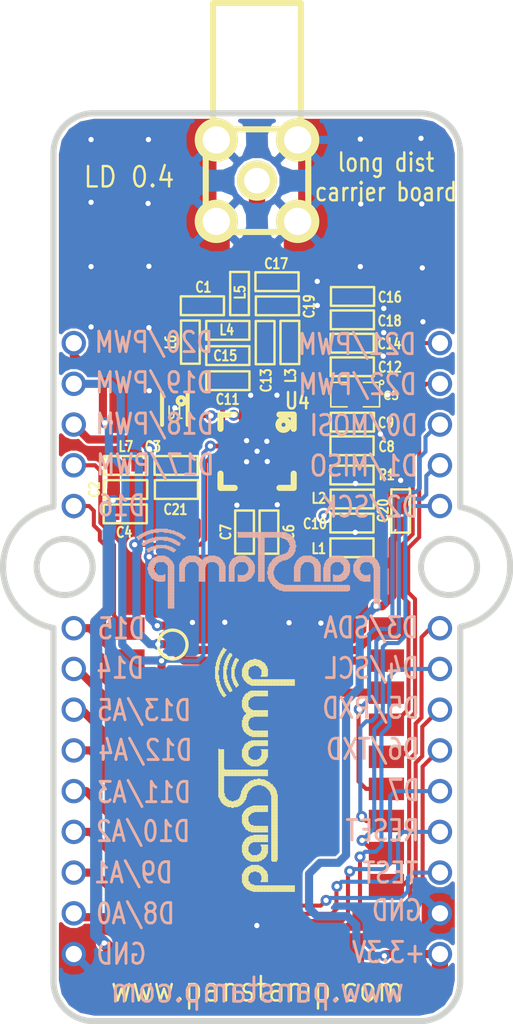
<source format=kicad_pcb>
(kicad_pcb (version 4) (host pcbnew "(2014-jul-16 BZR unknown)-product")
  (title_block (title "USB carrier board for panStamp, aka panStick") (date "25 Feb 2015") (rev 4.0) (company panStamp))
  (layers (0 Front signal) (1 Ground power) (2 Power power) (31 Back signal) (34 B.Paste user) (35 F.Paste user) (36 B.SilkS user) (37 F.SilkS user) (38 B.Mask user) (39 F.Mask user) (44 Edge.Cuts user))
  (net 0 "")
  (net 1 /RESET)
  (net 2 GND)
  (net 3 VCC)
  (net 4 "Net-(C12-Pad2)")
  (net 5 "Net-(C6-Pad2)")
  (net 6 "Net-(C6-Pad1)")
  (net 7 "Net-(C7-Pad1)")
  (net 8 "Net-(C10-Pad2)")
  (net 9 "Net-(C13-Pad2)")
  (net 10 "Net-(C15-Pad1)")
  (net 11 "Net-(ANT1-Pad1)")
  (net 12 "Net-(R1-Pad1)")
  (net 13 /D0)
  (net 14 /D1)
  (net 15 /D14)
  (net 16 /D15)
  (net 17 /D16)
  (net 18 /D17)
  (net 19 /D18)
  (net 20 /D2)
  (net 21 /D3)
  (net 22 /D4)
  (net 23 /TEST)
  (net 24 "Net-(C1-Pad1)")
  (net 25 /D13)
  (net 26 /D12)
  (net 27 /D11)
  (net 28 /D10)
  (net 29 /D9)
  (net 30 /D8)
  (net 31 /D19)
  (net 32 /D20)
  (net 33 /D21)
  (net 34 /D22)
  (net 35 /D7)
  (net 36 /LNA_A)
  (net 37 /LNA_B)
  (net 38 /LNA_C)
  (net 39 "Net-(L6-Pad2)")
  (net 40 /D5)
  (net 41 /D6)
  (module SM0805 (layer Front) (at 203.4618 62.31296 180)
    (fp_text reference C5 (at -2.24028 -0.06604 180) (layer F.SilkS) (effects (font (size 0.50038 0.50038) (thickness 0.10922))))
    (fp_text value 22u hide)
    (pad 1 smd rect (at -0.9525 0 180) (size 0.889 1.397) (layers Front F.Paste F.Mask) (net 2 GND))
    (pad 2 smd rect (at 0.9525 0 180) (size 0.889 1.397) (layers Front F.Paste F.Mask) (net 4 "Net-(C12-Pad2)"))
  )
  (module SM0603S (layer Front) (at 198.077 70.888 270)
    (fp_text reference C6 (at 0.01016 -1.2446 270) (layer F.SilkS) (effects (font (size 0.635 0.508) (thickness 0.127))))
    (fp_text value 47p hide)
    (pad 2 smd rect (at 0.7493 0 270) (size 0.7874 0.762) (layers Front F.Paste F.Mask) (net 5 "Net-(C6-Pad2)"))
    (pad 1 smd rect (at -0.7493 0 270) (size 0.7874 0.762) (layers Front F.Paste F.Mask) (net 6 "Net-(C6-Pad1)"))
  )
  (module SM0603S (layer Front) (at 196.553 70.888 270)
    (fp_text reference C7 (at 0 1.1684 270) (layer F.SilkS) (effects (font (size 0.635 0.508) (thickness 0.127))))
    (fp_text value 47p hide)
    (pad 2 smd rect (at 0.7493 0 270) (size 0.7874 0.762) (layers Front F.Paste F.Mask) (net 5 "Net-(C6-Pad2)"))
    (pad 1 smd rect (at -0.7493 0 270) (size 0.7874 0.762) (layers Front F.Paste F.Mask) (net 7 "Net-(C7-Pad1)"))
  )
  (module SM0603S (layer Front) (at 203.26368 65.5032 180)
    (fp_text reference C8 (at -2.15392 -0.05588 180) (layer F.SilkS) (effects (font (size 0.635 0.508) (thickness 0.127))))
    (fp_text value 100n hide)
    (pad 2 smd rect (at 0.7493 0 180) (size 0.7874 0.762) (layers Front F.Paste F.Mask) (net 4 "Net-(C12-Pad2)"))
    (pad 1 smd rect (at -0.7493 0 180) (size 0.7874 0.762) (layers Front F.Paste F.Mask) (net 2 GND))
  )
  (module SM0603S (layer Front) (at 203.284 64.03 180)
    (fp_text reference C9 (at -2.09804 -0.04064 180) (layer F.SilkS) (effects (font (size 0.635 0.508) (thickness 0.127))))
    (fp_text value 12p hide)
    (pad 2 smd rect (at 0.7493 0 180) (size 0.7874 0.762) (layers Front F.Paste F.Mask) (net 4 "Net-(C12-Pad2)"))
    (pad 1 smd rect (at -0.7493 0 180) (size 0.7874 0.762) (layers Front F.Paste F.Mask) (net 2 GND))
  )
  (module SM0603S (layer Front) (at 203.2586 70.32412 180)
    (fp_text reference C10 (at 2.3114 -0.04572 180) (layer F.SilkS) (effects (font (size 0.635 0.508) (thickness 0.127))))
    (fp_text value 12p hide)
    (pad 2 smd rect (at 0.7493 0 180) (size 0.7874 0.762) (layers Front F.Paste F.Mask) (net 8 "Net-(C10-Pad2)"))
    (pad 1 smd rect (at -0.7493 0 180) (size 0.7874 0.762) (layers Front F.Paste F.Mask) (net 2 GND))
  )
  (module SM0603S (layer Front) (at 195.5116 61.44428 180)
    (fp_text reference C11 (at 0.0116 -1.16572 180) (layer F.SilkS) (effects (font (size 0.635 0.508) (thickness 0.127))))
    (fp_text value 12p hide)
    (pad 2 smd rect (at 0.7493 0 180) (size 0.7874 0.762) (layers Front F.Paste F.Mask) (net 38 /LNA_C))
    (pad 1 smd rect (at -0.7493 0 180) (size 0.7874 0.762) (layers Front F.Paste F.Mask) (net 37 /LNA_B))
  )
  (module SM0603S (layer Front) (at 203.27892 60.5756 180)
    (fp_text reference C12 (at -2.35204 -0.0254 180) (layer F.SilkS) (effects (font (size 0.635 0.508) (thickness 0.127))))
    (fp_text value 12p hide)
    (pad 2 smd rect (at 0.7493 0 180) (size 0.7874 0.762) (layers Front F.Paste F.Mask) (net 4 "Net-(C12-Pad2)"))
    (pad 1 smd rect (at -0.7493 0 180) (size 0.7874 0.762) (layers Front F.Paste F.Mask) (net 2 GND))
  )
  (module SM0603S (layer Front) (at 197.83824 59.07192 270)
    (fp_text reference C13 (at 2.35712 -0.06096 270) (layer F.SilkS) (effects (font (size 0.635 0.508) (thickness 0.127))))
    (fp_text value 47p hide)
    (pad 2 smd rect (at 0.7493 0 270) (size 0.7874 0.762) (layers Front F.Paste F.Mask) (net 9 "Net-(C13-Pad2)"))
    (pad 1 smd rect (at -0.7493 0 270) (size 0.7874 0.762) (layers Front F.Paste F.Mask) (net 36 /LNA_A))
  )
  (module SM0603S (layer Front) (at 203.27384 59.10748 180)
    (fp_text reference C14 (at -2.32664 -0.04064 180) (layer F.SilkS) (effects (font (size 0.635 0.508) (thickness 0.127))))
    (fp_text value 1n hide)
    (pad 2 smd rect (at 0.7493 0 180) (size 0.7874 0.762) (layers Front F.Paste F.Mask) (net 4 "Net-(C12-Pad2)"))
    (pad 1 smd rect (at -0.7493 0 180) (size 0.7874 0.762) (layers Front F.Paste F.Mask) (net 2 GND))
  )
  (module SM0603S (layer Front) (at 195.50652 59.87964)
    (fp_text reference C15 (at -0.15652 0.01036) (layer F.SilkS) (effects (font (size 0.635 0.508) (thickness 0.127))))
    (fp_text value 12p hide)
    (pad 2 smd rect (at 0.7493 0) (size 0.7874 0.762) (layers Front F.Paste F.Mask) (net 37 /LNA_B))
    (pad 1 smd rect (at -0.7493 0) (size 0.7874 0.762) (layers Front F.Paste F.Mask) (net 10 "Net-(C15-Pad1)"))
  )
  (module SM0603S (layer Front) (at 203.29416 56.19156 180)
    (fp_text reference C16 (at -2.33172 -0.04572 180) (layer F.SilkS) (effects (font (size 0.635 0.508) (thickness 0.127))))
    (fp_text value 1u hide)
    (pad 2 smd rect (at 0.7493 0 180) (size 0.7874 0.762) (layers Front F.Paste F.Mask) (net 4 "Net-(C12-Pad2)"))
    (pad 1 smd rect (at -0.7493 0 180) (size 0.7874 0.762) (layers Front F.Paste F.Mask) (net 2 GND))
  )
  (module SM0603S (layer Front) (at 198.58 55.27)
    (fp_text reference C17 (at -0.05 -1.12) (layer F.SilkS) (effects (font (size 0.635 0.508) (thickness 0.127))))
    (fp_text value NP hide)
    (pad 2 smd rect (at 0.7493 0) (size 0.7874 0.762) (layers Front F.Paste F.Mask) (net 2 GND))
    (pad 1 smd rect (at -0.7493 0) (size 0.7874 0.762) (layers Front F.Paste F.Mask) (net 11 "Net-(ANT1-Pad1)"))
  )
  (module SM0603S (layer Front) (at 203.284 57.64952 180)
    (fp_text reference C18 (at -2.32664 -0.07112 180) (layer F.SilkS) (effects (font (size 0.635 0.508) (thickness 0.127))))
    (fp_text value 100n hide)
    (pad 2 smd rect (at 0.7493 0 180) (size 0.7874 0.762) (layers Front F.Paste F.Mask) (net 4 "Net-(C12-Pad2)"))
    (pad 1 smd rect (at -0.7493 0 180) (size 0.7874 0.762) (layers Front F.Paste F.Mask) (net 2 GND))
  )
  (module SM0603S (layer Front) (at 198.60532 56.77576)
    (fp_text reference C19 (at 1.98468 0.03424 90) (layer F.SilkS) (effects (font (size 0.635 0.508) (thickness 0.127))))
    (fp_text value 3p hide)
    (pad 2 smd rect (at 0.7493 0) (size 0.7874 0.762) (layers Front F.Paste F.Mask) (net 2 GND))
    (pad 1 smd rect (at -0.7493 0) (size 0.7874 0.762) (layers Front F.Paste F.Mask) (net 36 /LNA_A))
  )
  (module SM0603S (layer Front) (at 203.2586 71.86336)
    (fp_text reference L1 (at -2.07264 0.05588) (layer F.SilkS) (effects (font (size 0.635 0.508) (thickness 0.127))))
    (fp_text value FB hide)
    (pad 2 smd rect (at 0.7493 0) (size 0.7874 0.762) (layers Front F.Paste F.Mask) (net 4 "Net-(C12-Pad2)"))
    (pad 1 smd rect (at -0.7493 0) (size 0.7874 0.762) (layers Front F.Paste F.Mask) (net 3 VCC))
  )
  (module SM0603S (layer Front) (at 203.27384 68.82044)
    (fp_text reference L2 (at -2.08384 -0.04044) (layer F.SilkS) (effects (font (size 0.635 0.508) (thickness 0.127))))
    (fp_text value 1.5n hide)
    (pad 2 smd rect (at 0.7493 0) (size 0.7874 0.762) (layers Front F.Paste F.Mask) (net 4 "Net-(C12-Pad2)"))
    (pad 1 smd rect (at -0.7493 0) (size 0.7874 0.762) (layers Front F.Paste F.Mask) (net 8 "Net-(C10-Pad2)"))
  )
  (module SM0603S (layer Front) (at 199.38256 59.06176 90)
    (fp_text reference L3 (at -2.06756 0.04572 90) (layer F.SilkS) (effects (font (size 0.635 0.508) (thickness 0.127))))
    (fp_text value 10n hide)
    (pad 2 smd rect (at 0.7493 0 90) (size 0.7874 0.762) (layers Front F.Paste F.Mask) (net 4 "Net-(C12-Pad2)"))
    (pad 1 smd rect (at -0.7493 0 90) (size 0.7874 0.762) (layers Front F.Paste F.Mask) (net 9 "Net-(C13-Pad2)"))
  )
  (module SM0603S (layer Front) (at 195.50652 58.30484)
    (fp_text reference L4 (at -0.06652 -0.02484) (layer F.SilkS) (effects (font (size 0.635 0.508) (thickness 0.127))))
    (fp_text value 7.5n hide)
    (pad 2 smd rect (at 0.7493 0) (size 0.7874 0.762) (layers Front F.Paste F.Mask) (net 36 /LNA_A))
    (pad 1 smd rect (at -0.7493 0) (size 0.7874 0.762) (layers Front F.Paste F.Mask) (net 10 "Net-(C15-Pad1)"))
  )
  (module SM0603S (layer Front) (at 196.24 56.01 270)
    (fp_text reference L5 (at -0.07636 -0.0356 270) (layer F.SilkS) (effects (font (size 0.635 0.508) (thickness 0.127))))
    (fp_text value 3.3n hide)
    (pad 2 smd rect (at 0.7493 0 270) (size 0.7874 0.762) (layers Front F.Paste F.Mask) (net 36 /LNA_A))
    (pad 1 smd rect (at -0.7493 0 270) (size 0.7874 0.762) (layers Front F.Paste F.Mask) (net 11 "Net-(ANT1-Pad1)"))
  )
  (module SM0603S (layer Front) (at 203.26368 67.32692)
    (fp_text reference R1 (at 2.16408 -0.01524) (layer F.SilkS) (effects (font (size 0.635 0.508) (thickness 0.127))))
    (fp_text value 3k3 hide)
    (pad 2 smd rect (at 0.7493 0) (size 0.7874 0.762) (layers Front F.Paste F.Mask) (net 2 GND))
    (pad 1 smd rect (at -0.7493 0) (size 0.7874 0.762) (layers Front F.Paste F.Mask) (net 12 "Net-(R1-Pad1)"))
  )
  (module SM0603S (layer Front) (at 206.3 69.57 270)
    (fp_text reference C20 (at -0.03 1.09 270) (layer F.SilkS) (effects (font (size 0.635 0.508) (thickness 0.127))))
    (fp_text value 100n hide)
    (pad 2 smd rect (at 0.7493 0 270) (size 0.7874 0.762) (layers Front F.Paste F.Mask) (net 3 VCC))
    (pad 1 smd rect (at -0.7493 0 270) (size 0.7874 0.762) (layers Front F.Paste F.Mask) (net 2 GND))
  )
  (module VQFN16 (layer Front) (at 197.33532 65.84356 270)
    (fp_text reference U4 (at -3.13356 -2.51468 540) (layer F.SilkS) (effects (font (size 1.016 0.762) (thickness 0.1524))))
    (fp_text value CC1190 hide)
    (pad 1 smd oval (at -2.14962 -0.975 270) (size 1.50076 0.3) (layers Front F.Paste F.Mask) (net 2 GND))
    (pad 2 smd oval (at -2.14962 -0.325 270) (size 1.50076 0.3) (layers Front F.Paste F.Mask) (net 9 "Net-(C13-Pad2)"))
    (pad 3 smd oval (at -2.14962 0.325 270) (size 1.50076 0.3) (layers Front F.Paste F.Mask) (net 2 GND))
    (pad 4 smd oval (at -2.14962 0.975 270) (size 1.50076 0.3) (layers Front F.Paste F.Mask) (net 37 /LNA_B))
    (pad 5 smd oval (at -0.975 2.14962) (size 1.50076 0.3) (layers Front F.Paste F.Mask) (net 38 /LNA_C))
    (pad 6 smd oval (at -0.325 2.14962) (size 1.50076 0.3) (layers Front F.Paste F.Mask) (net 32 /D20))
    (pad 7 smd oval (at 0.325 2.14962) (size 1.50076 0.3) (layers Front F.Paste F.Mask) (net 31 /D19))
    (pad 8 smd oval (at 0.975 2.14962) (size 1.50076 0.3) (layers Front F.Paste F.Mask) (net 19 /D18))
    (pad 9 smd oval (at 2.14962 0.975 270) (size 1.50076 0.3) (layers Front F.Paste F.Mask) (net 2 GND))
    (pad 10 smd oval (at 2.14962 0.325 270) (size 1.50076 0.3) (layers Front F.Paste F.Mask) (net 7 "Net-(C7-Pad1)"))
    (pad 11 smd oval (at 2.14962 -0.325 270) (size 1.50076 0.3) (layers Front F.Paste F.Mask) (net 6 "Net-(C6-Pad1)"))
    (pad 12 smd oval (at 2.14962 -0.975 270) (size 1.50076 0.3) (layers Front F.Paste F.Mask) (net 2 GND))
    (pad 13 smd oval (at 0.975 -2.14962) (size 1.50076 0.3) (layers Front F.Paste F.Mask) (net 8 "Net-(C10-Pad2)"))
    (pad 14 smd oval (at 0.325 -2.14962) (size 1.50076 0.3) (layers Front F.Paste F.Mask) (net 12 "Net-(R1-Pad1)"))
    (pad 15 smd oval (at -0.325 -2.14962) (size 1.50076 0.3) (layers Front F.Paste F.Mask) (net 4 "Net-(C12-Pad2)"))
    (pad 16 smd oval (at -0.975 -2.14962) (size 1.50076 0.3) (layers Front F.Paste F.Mask) (net 4 "Net-(C12-Pad2)"))
    (pad 17 smd rect (at 0 0) (size 2 2) (layers Front F.Paste F.Mask) (net 2 GND))
  )
  (module mysmd:PANSTAMP_2 (layer Front) (at 197.31 85.9)
    (fp_text reference PS1 hide)
    (fp_text value PANSTAMP_NRG2 hide)
    (pad 1 smd rect (at -8.1 -9) (size 2.2 1.4) (layers Front F.Paste F.Mask) (net 18 /D17))
    (pad 2 smd rect (at -8.1 -7) (size 2.2 1.4) (layers Front F.Paste F.Mask) (net 17 /D16))
    (pad 3 smd rect (at -8.1 -5) (size 2.2 1.4) (layers Front F.Paste F.Mask) (net 16 /D15))
    (pad 4 smd rect (at -8.1 -3) (size 2.2 1.4) (layers Front F.Paste F.Mask) (net 15 /D14))
    (pad 5 smd rect (at -8.1 -1) (size 2.2 1.4) (layers Front F.Paste F.Mask) (net 25 /D13))
    (pad 6 smd rect (at -8.1 1) (size 2.2 1.4) (layers Front F.Paste F.Mask) (net 26 /D12))
    (pad 7 smd rect (at -8.1 3) (size 2.2 1.4) (layers Front F.Paste F.Mask) (net 27 /D11))
    (pad 8 smd rect (at -8.1 5) (size 2.2 1.4) (layers Front F.Paste F.Mask) (net 28 /D10))
    (pad 9 smd rect (at -8.1 7) (size 2.2 1.4) (layers Front F.Paste F.Mask) (net 29 /D9))
    (pad 10 smd rect (at -8.1 9) (size 2.2 1.4) (layers Front F.Paste F.Mask) (net 30 /D8))
    (pad 11 smd rect (at -6 11.1 90) (size 2.2 1.4) (layers Front F.Paste F.Mask) (net 23 /TEST))
    (pad 12 smd rect (at -4 11.1 90) (size 2.2 1.4) (layers Front F.Paste F.Mask) (net 1 /RESET))
    (pad 13 smd rect (at -2 11.1 90) (size 2.2 1.4) (layers Front F.Paste F.Mask) (net 3 VCC))
    (pad 14 smd rect (at 0 11.1 90) (size 2.2 1.4) (layers Front F.Paste F.Mask) (net 2 GND))
    (pad 15 smd rect (at 2 11.1 90) (size 2.2 1.4) (layers Front F.Paste F.Mask) (net 35 /D7))
    (pad 16 smd rect (at 4 11.1 90) (size 2.2 1.4) (layers Front F.Paste F.Mask) (net 41 /D6))
    (pad 17 smd rect (at 6 11.1 90) (size 2.2 1.4) (layers Front F.Paste F.Mask) (net 40 /D5))
    (pad 18 smd rect (at 8.1 9) (size 2.2 1.4) (layers Front F.Paste F.Mask) (net 22 /D4))
    (pad 19 smd rect (at 8.1 7) (size 2.2 1.4) (layers Front F.Paste F.Mask) (net 21 /D3))
    (pad 20 smd rect (at 8.1 5) (size 2.2 1.4) (layers Front F.Paste F.Mask) (net 20 /D2))
    (pad 21 smd rect (at 8.1 3) (size 2.2 1.4) (layers Front F.Paste F.Mask) (net 14 /D1))
    (pad 22 smd rect (at 8.1 1) (size 2.2 1.4) (layers Front F.Paste F.Mask) (net 13 /D0))
    (pad 23 smd rect (at 8.1 -1) (size 2.2 1.4) (layers Front F.Paste F.Mask) (net 34 /D22))
    (pad 24 smd rect (at 8.1 -3) (size 2.2 1.4) (layers Front F.Paste F.Mask) (net 33 /D21))
    (pad 25 smd rect (at 8.1 -5) (size 2.2 1.4) (layers Front F.Paste F.Mask) (net 32 /D20))
    (pad 26 smd rect (at 8.1 -7) (size 2.2 1.4) (layers Front F.Paste F.Mask) (net 31 /D19))
    (pad 27 smd rect (at 8.1 -9) (size 2.2 1.4) (layers Front F.Paste F.Mask) (net 19 /D18))
    (pad 28 smd rect (at 6 -11.1 90) (size 2.2 1.4) (layers Front F.Paste F.Mask) (net 2 GND))
    (pad 29 smd rect (at 4 -11.1 90) (size 2.2 1.4) (layers Front F.Paste F.Mask) (net 2 GND))
    (pad 30 smd rect (at 2 -11.1 90) (size 2.2 1.4) (layers Front F.Paste F.Mask) (net 2 GND))
    (pad 31 smd rect (at 0 -11.1 90) (size 2.2 1.4) (layers Front F.Paste F.Mask) (net 5 "Net-(C6-Pad2)"))
    (pad 32 smd rect (at -2 -11.1 90) (size 2.2 1.4) (layers Front F.Paste F.Mask) (net 2 GND))
    (pad 33 smd rect (at -4 -11.1 90) (size 2.2 1.4) (layers Front F.Paste F.Mask) (net 2 GND))
    (pad 34 smd rect (at -6 -11.1 90) (size 2.2 1.4) (layers Front F.Paste F.Mask) (net 2 GND))
  )
  (module myconnectors:pin_array_1x14 (layer Front) (at 185.89 80.89 270)
    (fp_text reference P1 hide)
    (fp_text value CONN_01X14 hide)
    (pad 1 thru_hole circle (at -21.79 0 270) (size 1.524 1.524) (drill 1.016) (layers *.Cu *.Mask) (net 32 /D20))
    (pad 2 thru_hole circle (at -19.25 0 270) (size 1.524 1.524) (drill 1.016) (layers *.Cu *.Mask) (net 31 /D19))
    (pad 3 thru_hole circle (at -16.71 0 270) (size 1.524 1.524) (drill 1.016) (layers *.Cu *.Mask) (net 19 /D18))
    (pad 4 thru_hole circle (at -14.17 0 270) (size 1.524 1.524) (drill 1.016) (layers *.Cu *.Mask) (net 18 /D17))
    (pad 5 thru_hole circle (at -11.63 0 270) (size 1.524 1.524) (drill 1.016) (layers *.Cu *.Mask) (net 17 /D16))
    (pad 6 thru_hole circle (at -4.01 0 270) (size 1.524 1.524) (drill 1.016) (layers *.Cu *.Mask) (net 16 /D15))
    (pad 7 thru_hole circle (at -1.47 0 270) (size 1.524 1.524) (drill 1.016) (layers *.Cu *.Mask) (net 15 /D14))
    (pad 8 thru_hole circle (at 1.07 0 270) (size 1.524 1.524) (drill 1.016) (layers *.Cu *.Mask) (net 25 /D13))
    (pad 9 thru_hole circle (at 3.61 0 270) (size 1.524 1.524) (drill 1.016) (layers *.Cu *.Mask) (net 26 /D12))
    (pad 10 thru_hole circle (at 6.15 0 270) (size 1.524 1.524) (drill 1.016) (layers *.Cu *.Mask) (net 27 /D11))
    (pad 11 thru_hole circle (at 8.69 0 270) (size 1.524 1.524) (drill 1.016) (layers *.Cu *.Mask) (net 28 /D10))
    (pad 12 thru_hole circle (at 11.23 0 270) (size 1.524 1.524) (drill 1.016) (layers *.Cu *.Mask) (net 29 /D9))
    (pad 13 thru_hole circle (at 13.77 0 270) (size 1.524 1.524) (drill 1.016) (layers *.Cu *.Mask) (net 30 /D8))
    (pad 14 thru_hole circle (at 16.31 0 270) (size 1.524 1.524) (drill 1.016) (layers *.Cu *.Mask) (net 2 GND))
  )
  (module myconnectors:pin_array_1x14 (layer Front) (at 208.75 80.89 270)
    (fp_text reference P2 hide)
    (fp_text value CONN_01X14 hide)
    (pad 1 thru_hole circle (at -21.79 0 270) (size 1.524 1.524) (drill 1.016) (layers *.Cu *.Mask) (net 33 /D21))
    (pad 2 thru_hole circle (at -19.25 0 270) (size 1.524 1.524) (drill 1.016) (layers *.Cu *.Mask) (net 34 /D22))
    (pad 3 thru_hole circle (at -16.71 0 270) (size 1.524 1.524) (drill 1.016) (layers *.Cu *.Mask) (net 13 /D0))
    (pad 4 thru_hole circle (at -14.17 0 270) (size 1.524 1.524) (drill 1.016) (layers *.Cu *.Mask) (net 14 /D1))
    (pad 5 thru_hole circle (at -11.63 0 270) (size 1.524 1.524) (drill 1.016) (layers *.Cu *.Mask) (net 20 /D2))
    (pad 6 thru_hole circle (at -4.01 0 270) (size 1.524 1.524) (drill 1.016) (layers *.Cu *.Mask) (net 21 /D3))
    (pad 7 thru_hole circle (at -1.47 0 270) (size 1.524 1.524) (drill 1.016) (layers *.Cu *.Mask) (net 22 /D4))
    (pad 8 thru_hole circle (at 1.07 0 270) (size 1.524 1.524) (drill 1.016) (layers *.Cu *.Mask) (net 40 /D5))
    (pad 9 thru_hole circle (at 3.61 0 270) (size 1.524 1.524) (drill 1.016) (layers *.Cu *.Mask) (net 41 /D6))
    (pad 10 thru_hole circle (at 6.15 0 270) (size 1.524 1.524) (drill 1.016) (layers *.Cu *.Mask) (net 35 /D7))
    (pad 11 thru_hole circle (at 8.69 0 270) (size 1.524 1.524) (drill 1.016) (layers *.Cu *.Mask) (net 1 /RESET))
    (pad 12 thru_hole circle (at 11.23 0 270) (size 1.524 1.524) (drill 1.016) (layers *.Cu *.Mask) (net 23 /TEST))
    (pad 13 thru_hole circle (at 13.77 0 270) (size 1.524 1.524) (drill 1.016) (layers *.Cu *.Mask) (net 2 GND))
    (pad 14 thru_hole circle (at 16.31 0 270) (size 1.524 1.524) (drill 1.016) (layers *.Cu *.Mask) (net 3 VCC))
  )
  (module old_mymods:PANSTAMPLOGO (layer Front) (at 194.41 93.32 90)
    (fp_text reference G*** hide)
    (fp_text value PANSTAMPLOGO hide)
  )
  (module old_mymods:PANSTAMPLOGO (layer Back) (at 205.02 70.37 180)
    (fp_text reference G*** hide)
    (fp_text value PANSTAMPLOGO hide)
  )
  (module myconnectors:SMA_RightAngle_Tyco (layer Front) (at 197.33 48.97)
    (fp_text reference ANT1 hide)
    (fp_text value ANTENNA hide)
    (pad 1 thru_hole circle (at 0 0) (size 2.49936 2.49936) (drill 1.6002) (layers *.Cu *.Mask F.SilkS) (net 11 "Net-(ANT1-Pad1)"))
    (pad 2 thru_hole circle (at 2.54 -2.54) (size 2.70002 2.70002) (drill 1.69926) (layers *.Cu *.Mask F.SilkS) (net 2 GND))
    (pad 2 thru_hole circle (at -2.54 -2.54) (size 2.70002 2.70002) (drill 1.69926) (layers *.Cu *.Mask F.SilkS) (net 2 GND))
    (pad 2 thru_hole circle (at -2.54 2.54) (size 2.70002 2.70002) (drill 1.69926) (layers *.Cu *.Mask F.SilkS) (net 2 GND))
    (pad 2 thru_hole circle (at 2.54 2.54) (size 2.70002 2.70002) (drill 1.69926) (layers *.Cu *.Mask F.SilkS) (net 2 GND))
  )
  (module mysmd:SM0603S (layer Front) (at 193.92 56.77)
    (fp_text reference C1 (at 0.0635 -1.1557) (layer F.SilkS) (effects (font (size 0.635 0.508) (thickness 0.127))))
    (fp_text value 47p hide)
    (pad 2 smd rect (at 0.7493 0) (size 0.7874 0.762) (layers Front F.Paste F.Mask) (net 36 /LNA_A))
    (pad 1 smd rect (at -0.7493 0) (size 0.7874 0.762) (layers Front F.Paste F.Mask) (net 24 "Net-(C1-Pad1)"))
  )
  (module mysmd:SM0603S (layer Front) (at 189.13 68.23 180)
    (fp_text reference C2 (at 1.95 0 450) (layer F.SilkS) (effects (font (size 0.635 0.508) (thickness 0.127))))
    (fp_text value 47p hide)
    (pad 2 smd rect (at 0.7493 0 180) (size 0.7874 0.762) (layers Front F.Paste F.Mask) (net 3 VCC))
    (pad 1 smd rect (at -0.7493 0 180) (size 0.7874 0.762) (layers Front F.Paste F.Mask) (net 2 GND))
  )
  (module mysmd:SM0603S (layer Front) (at 192.28 66.73 180)
    (fp_text reference C3 (at 1.45 1.18 180) (layer F.SilkS) (effects (font (size 0.635 0.508) (thickness 0.127))))
    (fp_text value 2p hide)
    (pad 2 smd rect (at 0.7493 0 180) (size 0.7874 0.762) (layers Front F.Paste F.Mask) (net 37 /LNA_B))
    (pad 1 smd rect (at -0.7493 0 180) (size 0.7874 0.762) (layers Front F.Paste F.Mask) (net 38 /LNA_C))
  )
  (module mysmd:SM0603S (layer Front) (at 189.1 69.75 180)
    (fp_text reference C4 (at 0.0635 -1.1557 180) (layer F.SilkS) (effects (font (size 0.635 0.508) (thickness 0.127))))
    (fp_text value 0.1u hide)
    (pad 2 smd rect (at 0.7493 0 180) (size 0.7874 0.762) (layers Front F.Paste F.Mask) (net 3 VCC))
    (pad 1 smd rect (at -0.7493 0 180) (size 0.7874 0.762) (layers Front F.Paste F.Mask) (net 2 GND))
  )
  (module mysmd:SM0603S (layer Front) (at 192.3 68.23)
    (fp_text reference C21 (at -0.06 1.25) (layer F.SilkS) (effects (font (size 0.635 0.508) (thickness 0.127))))
    (fp_text value 3p hide)
    (pad 2 smd rect (at 0.7493 0) (size 0.7874 0.762) (layers Front F.Paste F.Mask) (net 38 /LNA_C))
    (pad 1 smd rect (at -0.7493 0) (size 0.7874 0.762) (layers Front F.Paste F.Mask) (net 2 GND))
  )
  (module mysmd:SM0603S (layer Front) (at 193.17 59.04 270)
    (fp_text reference L6 (at 0 1.22 270) (layer F.SilkS) (effects (font (size 0.635 0.508) (thickness 0.127))))
    (fp_text value 6.8n hide)
    (pad 2 smd rect (at 0.7493 0 270) (size 0.7874 0.762) (layers Front F.Paste F.Mask) (net 39 "Net-(L6-Pad2)"))
    (pad 1 smd rect (at -0.7493 0 270) (size 0.7874 0.762) (layers Front F.Paste F.Mask) (net 24 "Net-(C1-Pad1)"))
  )
  (module mysmd:SM0603S (layer Front) (at 189.13 66.73 180)
    (fp_text reference L7 (at -0.01 1.18 180) (layer F.SilkS) (effects (font (size 0.635 0.508) (thickness 0.127))))
    (fp_text value 10n hide)
    (pad 2 smd rect (at 0.7493 0 180) (size 0.7874 0.762) (layers Front F.Paste F.Mask) (net 3 VCC))
    (pad 1 smd rect (at -0.7493 0 180) (size 0.7874 0.762) (layers Front F.Paste F.Mask) (net 37 /LNA_B))
  )
  (module mysmd:MLPD-6 (layer Front) (at 192.7 61.7 180)
    (fp_text reference U1 (at 0.47 -1.74 180) (layer F.SilkS) (effects (font (size 0.762 0.508) (thickness 0.1016))))
    (fp_text value MBC13917 hide)
    (pad 1 smd rect (at 0 0 180) (size 0.22 1.2) (layers Front F.Paste F.Mask) (net 39 "Net-(L6-Pad2)"))
    (pad 2 smd rect (at 0.5 0 180) (size 0.22 1.2) (layers Front F.Paste F.Mask) (net 2 GND))
    (pad 3 smd rect (at 1 0 180) (size 0.22 1.2) (layers Front F.Paste F.Mask))
    (pad 4 smd rect (at 1 -3 180) (size 0.22 1.2) (layers Front F.Paste F.Mask))
    (pad 5 smd rect (at 0.5 -3 180) (size 0.22 1.2) (layers Front F.Paste F.Mask) (net 37 /LNA_B))
    (pad 6 smd rect (at 0 -3 180) (size 0.22 1.2) (layers Front F.Paste F.Mask) (net 2 GND))
  )
  (gr_text D2/SCK (at 204.36 69.32) (layer B.SilkS) (effects (font (size 1.27 1.016) (thickness 0.1778)) (justify mirror)))
  (gr_line (start 187.14 101.38) (end 207.52 101.38) (angle 90) (layer Edge.Cuts) (width 0.381))
  (gr_text D18/PWM (at 190.94 64.15) (layer B.SilkS) (effects (font (size 1.27 1.016) (thickness 0.1778)) (justify mirror)))
  (gr_line (start 184.62 77.35) (end 184.62 76.86) (angle 90) (layer Edge.Cuts) (width 0.381))
  (gr_line (start 184.62 69.3) (end 184.61 69.3) (angle 90) (layer Edge.Cuts) (width 0.381))
  (gr_line (start 184.62 68.78) (end 184.62 69.3) (angle 90) (layer Edge.Cuts) (width 0.381))
  (gr_arc (start 185.29 73.06) (end 181.5 73.5) (angle 86) (layer Edge.Cuts) (width 0.381))
  (gr_line (start 210.02 68.85) (end 210.02 69.32) (angle 90) (layer Edge.Cuts) (width 0.381))
  (gr_line (start 210.02 77.38) (end 210.02 76.8) (angle 90) (layer Edge.Cuts) (width 0.381))
  (gr_arc (start 209.34 73.06) (end 213.13 72.88) (angle 82) (layer Edge.Cuts) (width 0.381))
  (gr_circle (center 185.32 73.06) (end 185.32 71.31) (layer Edge.Cuts) (width 0.381))
  (gr_circle (center 209.32 73.06) (end 209.32 71.31) (layer Edge.Cuts) (width 0.381))
  (gr_line (start 210.02 57.94) (end 210.02 68.83) (angle 90) (layer Edge.Cuts) (width 0.381))
  (gr_line (start 210.02 77.79) (end 210.02 77.39) (angle 90) (layer Edge.Cuts) (width 0.381))
  (gr_line (start 184.62 68.81) (end 184.63 68.81) (angle 90) (layer Edge.Cuts) (width 0.381))
  (gr_line (start 184.62 57.96) (end 184.62 68.81) (angle 90) (layer Edge.Cuts) (width 0.381))
  (gr_line (start 184.62 77.84) (end 184.62 77.36) (angle 90) (layer Edge.Cuts) (width 0.381))
  (gr_line (start 184.62 50.28) (end 184.62 47.28) (angle 90) (layer Edge.Cuts) (width 0.381))
  (gr_line (start 210.02 47.28) (end 210.02 50.22) (angle 90) (layer Edge.Cuts) (width 0.381))
  (gr_line (start 210.02 98.5) (end 210.02 77.81) (angle 90) (layer Edge.Cuts) (width 0.381))
  (gr_arc (start 209.32 73.08) (end 210.02 69.33) (angle 90) (layer Edge.Cuts) (width 0.381))
  (gr_line (start 184.62 77.87) (end 184.62 98.97) (angle 90) (layer Edge.Cuts) (width 0.381))
  (gr_arc (start 185.32 73.08) (end 184.62 76.86) (angle 90) (layer Edge.Cuts) (width 0.381))
  (gr_text "LD 0.4" (at 189.34 48.75) (layer F.SilkS) (effects (font (size 1.27 1.143) (thickness 0.1524))))
  (gr_text "long dist\ncarrier board" (at 205.38 48.75) (layer F.SilkS) (effects (font (size 1.143 0.889) (thickness 0.1524))))
  (gr_line (start 210.02 50.3) (end 210.02 50.84) (angle 90) (layer Edge.Cuts) (width 0.381))
  (gr_line (start 184.62 50.3) (end 184.62 50.79) (angle 90) (layer Edge.Cuts) (width 0.381))
  (gr_line (start 184.62 98.61) (end 184.62 98.93) (angle 90) (layer Edge.Cuts) (width 0.381))
  (gr_line (start 210.02 98.93) (end 210.01 98.93) (angle 90) (layer Edge.Cuts) (width 0.381))
  (gr_line (start 210.02 98.52) (end 210.02 98.93) (angle 90) (layer Edge.Cuts) (width 0.381))
  (gr_text D10/A2 (at 190.22 89.55) (layer B.SilkS) (effects (font (size 1.27 1.016) (thickness 0.1778)) (justify mirror)))
  (gr_text D21/PWM (at 203.58 59.18) (layer B.SilkS) (effects (font (size 1.27 1.016) (thickness 0.1778)) (justify mirror)))
  (gr_line (start 184.62 57.94) (end 184.62 50.78) (angle 90) (layer Edge.Cuts) (width 0.381))
  (gr_line (start 210.02 50.8) (end 210.01 50.8) (angle 90) (layer Edge.Cuts) (width 0.381))
  (gr_line (start 210.02 57.94) (end 210.02 50.8) (angle 90) (layer Edge.Cuts) (width 0.381))
  (gr_text www.panstamp.com (at 197.36 99.39) (layer F.SilkS) (effects (font (size 1.524 1.27) (thickness 0.1524))))
  (gr_line (start 187.15 44.77) (end 207.51 44.77) (angle 90) (layer Edge.Cuts) (width 0.381))
  (gr_arc (start 207.53 47.26) (end 207.53 44.77) (angle 90) (layer Edge.Cuts) (width 0.381))
  (gr_arc (start 187.12 47.27) (end 184.62 47.27) (angle 90) (layer Edge.Cuts) (width 0.381))
  (gr_arc (start 207.52 98.88) (end 210.02 98.88) (angle 90) (layer Edge.Cuts) (width 0.381))
  (gr_arc (start 187.12 98.88) (end 187.12 101.38) (angle 90) (layer Edge.Cuts) (width 0.381))
  (gr_text GND (at 188.86 97.2) (layer B.SilkS) (effects (font (size 1.27 1.016) (thickness 0.1778)) (justify mirror)))
  (gr_text GND (at 206.06 94.48) (layer B.SilkS) (effects (font (size 1.27 1.016) (thickness 0.1778)) (justify mirror)))
  (gr_text D7 (at 206.49 87) (layer B.SilkS) (effects (font (size 1.27 1.016) (thickness 0.1778)) (justify mirror)))
  (gr_text D6/TXD (at 204.55 84.43) (layer B.SilkS) (effects (font (size 1.27 1.016) (thickness 0.1778)) (justify mirror)))
  (gr_text RESET (at 205.17 89.5) (layer B.SilkS) (effects (font (size 1.27 1.016) (thickness 0.1778)) (justify mirror)))
  (gr_text D5/RXD (at 204.44 81.87) (layer B.SilkS) (effects (font (size 1.27 1.016) (thickness 0.1778)) (justify mirror)))
  (gr_text D22/PWM (at 203.61 61.68) (layer B.SilkS) (effects (font (size 1.27 1.016) (thickness 0.1778)) (justify mirror)))
  (gr_text D3/SDA (at 204.44 76.85) (layer B.SilkS) (effects (font (size 1.27 1.016) (thickness 0.1778)) (justify mirror)))
  (gr_text D4/SCL (at 204.49 79.38) (layer B.SilkS) (effects (font (size 1.27 1.016) (thickness 0.1778)) (justify mirror)))
  (gr_text D1/MISO (at 204 66.76) (layer B.SilkS) (effects (font (size 1.27 1.016) (thickness 0.1778)) (justify mirror)))
  (gr_text D0/MOSI (at 204 64.24) (layer B.SilkS) (effects (font (size 1.27 1.016) (thickness 0.1778)) (justify mirror)))
  (gr_text D16 (at 188.86 69.24) (layer B.SilkS) (effects (font (size 1.27 1.016) (thickness 0.1778)) (justify mirror)))
  (gr_text D15 (at 188.86 76.91) (layer B.SilkS) (effects (font (size 1.27 1.016) (thickness 0.1778)) (justify mirror)))
  (gr_text D12/A4 (at 190.36 84.49) (layer B.SilkS) (effects (font (size 1.27 1.016) (thickness 0.1778)) (justify mirror)))
  (gr_text D13/A5 (at 190.28 82.01) (layer B.SilkS) (effects (font (size 1.27 1.016) (thickness 0.1778)) (justify mirror)))
  (gr_text D19/PWM (at 190.92 61.57) (layer B.SilkS) (effects (font (size 1.27 1.016) (thickness 0.1778)) (justify mirror)))
  (gr_text D14 (at 188.79 79.37) (layer B.SilkS) (effects (font (size 1.27 1.016) (thickness 0.1778)) (justify mirror)))
  (gr_text D17/PWM (at 190.98 66.69) (layer B.SilkS) (effects (font (size 1.27 1.016) (thickness 0.1778)) (justify mirror)))
  (gr_text D11/A3 (at 190.27 87.12) (layer B.SilkS) (effects (font (size 1.27 1.016) (thickness 0.1778)) (justify mirror)))
  (gr_text D8/A0 (at 189.74 94.68) (layer B.SilkS) (effects (font (size 1.27 1.016) (thickness 0.1778)) (justify mirror)))
  (gr_text D9/A1 (at 189.61 92.13) (layer B.SilkS) (effects (font (size 1.27 1.016) (thickness 0.1778)) (justify mirror)))
  (gr_text D20/PWM (at 190.89 59.05) (layer B.SilkS) (effects (font (size 1.27 1.016) (thickness 0.1778)) (justify mirror)))
  (gr_text TEST (at 205.65 92.14) (layer B.SilkS) (effects (font (size 1.27 1.016) (thickness 0.1778)) (justify mirror)))
  (gr_text +3.3V (at 205.55 97.1) (layer B.SilkS) (effects (font (size 1.27 1.016) (thickness 0.1778)) (justify mirror)))
  (gr_text www.panstamp.com (at 197.35 99.45) (layer B.SilkS) (effects (font (size 1.524 1.27) (thickness 0.1778)) (justify mirror)))
  (via (at 201.506 69.872) (size 0.6858) (layers Front Back) (net 0))
  (segment (start 193.31 97) (end 193.31 95.04) (width 0.254) (layer Front) (net 1))
  (segment (start 206.44 89.58) (end 208.75 89.58) (width 0.254) (layer Back) (net 1))
  (segment (start 206.14 89.88) (end 206.44 89.58) (width 0.254) (layer Back) (net 1))
  (segment (start 206.14 92.31) (end 206.14 89.88) (width 0.254) (layer Back) (net 1))
  (segment (start 205.76 92.69) (end 206.14 92.31) (width 0.254) (layer Back) (net 1))
  (segment (start 202.61 92.69) (end 205.76 92.69) (width 0.254) (layer Back) (net 1))
  (segment (start 202.32 92.98) (end 202.61 92.69) (width 0.254) (layer Back) (net 1))
  (via (at 202.32 92.98) (size 0.6858) (layers Front Back) (net 1))
  (segment (start 202.29 93.01) (end 202.32 92.98) (width 0.254) (layer Front) (net 1))
  (segment (start 202.29 94.4) (end 202.29 93.01) (width 0.254) (layer Front) (net 1))
  (segment (start 202 94.69) (end 202.29 94.4) (width 0.254) (layer Front) (net 1))
  (segment (start 193.66 94.69) (end 202 94.69) (width 0.254) (layer Front) (net 1))
  (segment (start 193.31 95.04) (end 193.66 94.69) (width 0.254) (layer Front) (net 1))
  (segment (start 199.87 46.43) (end 203.73 46.43) (width 0.508) (layer Back) (net 2))
  (via (at 207.69 57.77) (size 0.6858) (layers Front Back) (net 2))
  (segment (start 207.69 54.45) (end 207.69 57.77) (width 0.508) (layer Back) (net 2))
  (segment (start 207.65 54.41) (end 207.69 54.45) (width 0.508) (layer Back) (net 2))
  (via (at 207.65 54.41) (size 0.6858) (layers Front Back) (net 2))
  (segment (start 203.86 54.41) (end 207.65 54.41) (width 0.508) (layer Front) (net 2))
  (segment (start 203.78 54.33) (end 203.86 54.41) (width 0.508) (layer Front) (net 2))
  (via (at 203.78 54.33) (size 0.6858) (layers Front Back) (net 2))
  (segment (start 203.78 50.45) (end 203.78 54.33) (width 0.508) (layer Back) (net 2))
  (segment (start 203.81 50.42) (end 203.78 50.45) (width 0.508) (layer Back) (net 2))
  (via (at 203.81 50.42) (size 0.6858) (layers Front Back) (net 2))
  (segment (start 207.62 50.42) (end 203.81 50.42) (width 0.508) (layer Front) (net 2))
  (via (at 207.62 50.42) (size 0.6858) (layers Front Back) (net 2))
  (segment (start 207.62 46.38) (end 207.62 50.42) (width 0.508) (layer Back) (net 2))
  (segment (start 207.57 46.33) (end 207.62 46.38) (width 0.508) (layer Back) (net 2))
  (via (at 207.57 46.33) (size 0.6858) (layers Front Back) (net 2))
  (segment (start 203.83 46.33) (end 207.57 46.33) (width 0.508) (layer Front) (net 2))
  (segment (start 203.78 46.38) (end 203.83 46.33) (width 0.508) (layer Front) (net 2))
  (via (at 203.78 46.38) (size 0.6858) (layers Front Back) (net 2))
  (segment (start 203.73 46.43) (end 203.78 46.38) (width 0.508) (layer Back) (net 2))
  (segment (start 194.79 46.43) (end 190.57 46.43) (width 0.508) (layer Front) (net 2))
  (via (at 190.6 62.07) (size 0.6858) (layers Front Back) (net 2))
  (segment (start 190.6 58.16) (end 190.6 62.07) (width 0.508) (layer Front) (net 2))
  (segment (start 190.58 58.14) (end 190.6 58.16) (width 0.508) (layer Front) (net 2))
  (via (at 190.58 58.14) (size 0.6858) (layers Front Back) (net 2))
  (segment (start 187.02 58.14) (end 190.58 58.14) (width 0.508) (layer Back) (net 2))
  (segment (start 186.97 58.09) (end 187.02 58.14) (width 0.508) (layer Back) (net 2))
  (via (at 186.97 58.09) (size 0.6858) (layers Front Back) (net 2))
  (segment (start 186.97 54.33) (end 186.97 58.09) (width 0.508) (layer Front) (net 2))
  (via (at 186.97 54.33) (size 0.6858) (layers Front Back) (net 2))
  (segment (start 190.56 54.33) (end 186.97 54.33) (width 0.508) (layer Back) (net 2))
  (segment (start 190.58 54.31) (end 190.56 54.33) (width 0.508) (layer Back) (net 2))
  (via (at 190.58 54.31) (size 0.6858) (layers Front Back) (net 2))
  (segment (start 190.58 50.44) (end 190.58 54.31) (width 0.508) (layer Front) (net 2))
  (segment (start 190.53 50.39) (end 190.58 50.44) (width 0.508) (layer Front) (net 2))
  (via (at 190.53 50.39) (size 0.6858) (layers Front Back) (net 2))
  (segment (start 187.04 50.39) (end 190.53 50.39) (width 0.508) (layer Back) (net 2))
  (segment (start 186.97 50.32) (end 187.04 50.39) (width 0.508) (layer Back) (net 2))
  (via (at 186.97 50.32) (size 0.6858) (layers Front Back) (net 2))
  (segment (start 186.97 46.41) (end 186.97 50.32) (width 0.508) (layer Front) (net 2))
  (via (at 186.97 46.41) (size 0.6858) (layers Front Back) (net 2))
  (segment (start 190.55 46.41) (end 186.97 46.41) (width 0.508) (layer Back) (net 2))
  (via (at 190.55 46.41) (size 0.6858) (layers Front Back) (net 2))
  (segment (start 190.57 46.43) (end 190.55 46.41) (width 0.508) (layer Front) (net 2))
  (segment (start 206.3 68.8207) (end 206.3 67.66) (width 0.508) (layer Front) (net 2))
  (via (at 206.3 67.66) (size 0.6858) (layers Front Back) (net 2))
  (via (at 192.2 63.14) (size 0.6858) (layers Front Back) (net 2))
  (segment (start 192.21 63.22) (end 192.21 63.15) (width 0.254) (layer Back) (net 2))
  (segment (start 192.21 63.15) (end 192.2 63.14) (width 0.254) (layer Back) (net 2))
  (segment (start 199.3293 55.27) (end 201.07 55.27) (width 0.508) (layer Front) (net 2))
  (via (at 201.09 55.25) (size 0.6858) (layers Front Back) (net 2))
  (segment (start 201.07 55.27) (end 201.09 55.25) (width 0.508) (layer Front) (net 2))
  (segment (start 199.3293 55.27) (end 199.3293 56.75044) (width 0.762) (layer Front) (net 2))
  (segment (start 199.3293 56.75044) (end 199.35462 56.77576) (width 0.762) (layer Front) (net 2))
  (segment (start 201.31 74.8) (end 201.31 76.55) (width 0.508) (layer Front) (net 2))
  (via (at 201.32 76.56) (size 0.6858) (layers Front Back) (net 2))
  (segment (start 201.31 76.55) (end 201.32 76.56) (width 0.508) (layer Front) (net 2))
  (segment (start 199.31 74.8) (end 199.31 76.52) (width 0.508) (layer Front) (net 2))
  (via (at 199.33 76.54) (size 0.6858) (layers Front Back) (net 2))
  (segment (start 199.31 76.52) (end 199.33 76.54) (width 0.508) (layer Front) (net 2))
  (segment (start 195.31 74.8) (end 195.31 76.5) (width 0.508) (layer Front) (net 2))
  (via (at 195.32 76.51) (size 0.6858) (layers Front Back) (net 2))
  (segment (start 195.31 76.5) (end 195.32 76.51) (width 0.508) (layer Front) (net 2))
  (segment (start 193.31 74.8) (end 193.31 76.51) (width 0.508) (layer Front) (net 2))
  (via (at 193.3 76.52) (size 0.6858) (layers Front Back) (net 2))
  (segment (start 193.31 76.51) (end 193.3 76.52) (width 0.508) (layer Front) (net 2))
  (segment (start 197.31 97) (end 197.31 95.43) (width 0.762) (layer Front) (net 2))
  (via (at 197.32 95.42) (size 0.6858) (layers Front Back) (net 2))
  (segment (start 197.31 95.43) (end 197.32 95.42) (width 0.762) (layer Front) (net 2))
  (segment (start 192.2 61.7) (end 192.2 63.14) (width 0.254) (layer Front) (net 2))
  (segment (start 192.7 63.64) (end 192.7 64.7) (width 0.254) (layer Front) (net 2))
  (segment (start 192.2 63.14) (end 192.7 63.64) (width 0.254) (layer Front) (net 2))
  (segment (start 189.8493 69.75) (end 189.8493 68.26) (width 0.762) (layer Front) (net 2))
  (segment (start 189.8493 68.26) (end 189.8793 68.23) (width 0.762) (layer Front) (net 2))
  (segment (start 189.8793 68.23) (end 191.5507 68.23) (width 0.762) (layer Front) (net 2))
  (segment (start 198.04652 66.57) (end 198.04652 66.55984) (width 0.762) (layer Back) (net 2))
  (segment (start 197.97032 66.48364) (end 197.33532 65.84864) (width 0.762) (layer Front) (net 2))
  (via (at 197.97032 66.48364) (size 0.6858) (layers Front Back) (net 2))
  (segment (start 198.04652 66.55984) (end 197.97032 66.48364) (width 0.762) (layer Back) (net 2))
  (segment (start 197.33532 65.84864) (end 197.33532 65.84356) (width 0.762) (layer Front) (net 2))
  (segment (start 196.59872 66.55984) (end 196.61904 66.55984) (width 0.762) (layer Back) (net 2))
  (segment (start 196.68 66.49888) (end 197.33532 65.84356) (width 0.762) (layer Front) (net 2))
  (via (at 196.68 66.49888) (size 0.6858) (layers Front Back) (net 2))
  (segment (start 196.61904 66.55984) (end 196.68 66.49888) (width 0.762) (layer Back) (net 2))
  (segment (start 196.59364 65.11204) (end 196.60888 65.11204) (width 0.762) (layer Back) (net 2))
  (segment (start 196.68 65.18316) (end 197.33532 65.83848) (width 0.762) (layer Front) (net 2))
  (via (at 196.68 65.18316) (size 0.6858) (layers Front Back) (net 2))
  (segment (start 196.60888 65.11204) (end 196.68 65.18316) (width 0.762) (layer Back) (net 2))
  (segment (start 197.33532 65.83848) (end 197.33532 65.84356) (width 0.762) (layer Front) (net 2))
  (segment (start 197.87888 65.28984) (end 197.94492 65.2238) (width 0.762) (layer Back) (net 2))
  (segment (start 197.94492 65.2238) (end 197.33532 65.8334) (width 0.762) (layer Front) (net 2))
  (via (at 197.94492 65.2238) (size 0.6858) (layers Front Back) (net 2))
  (segment (start 197.33532 65.8334) (end 197.33532 65.84356) (width 0.762) (layer Front) (net 2))
  (via (at 197.33532 65.84356) (size 0.6858) (layers Front Back) (net 2))
  (segment (start 197.33532 65.84356) (end 197.33532 65.82832) (width 0.762) (layer Back) (net 2))
  (segment (start 198.31032 67.99318) (end 198.31032 66.81856) (width 0.3048) (layer Front) (net 2))
  (segment (start 198.31032 66.81856) (end 197.33532 65.84356) (width 0.3048) (layer Front) (net 2))
  (segment (start 196.36032 67.99318) (end 196.36032 66.81856) (width 0.3048) (layer Front) (net 2))
  (segment (start 196.36032 66.81856) (end 197.33532 65.84356) (width 0.3048) (layer Front) (net 2))
  (segment (start 198.31032 63.69394) (end 198.31032 64.86856) (width 0.3048) (layer Front) (net 2))
  (segment (start 198.31032 64.86856) (end 197.33532 65.84356) (width 0.3048) (layer Front) (net 2))
  (segment (start 197.01032 63.69394) (end 197.01032 65.51856) (width 0.3048) (layer Front) (net 2))
  (segment (start 197.01032 65.51856) (end 197.33532 65.84356) (width 0.3048) (layer Front) (net 2))
  (segment (start 204.0079 70.32412) (end 204.0079 70.35714) (width 0.762) (layer Front) (net 2))
  (segment (start 204.0079 70.35714) (end 203.4618 70.90324) (width 0.762) (layer Front) (net 2))
  (via (at 203.4618 70.90324) (size 0.6858) (layers Front Back) (net 2))
  (segment (start 204.04346 56.95356) (end 205.22964 56.95356) (width 0.762) (layer Front) (net 2))
  (via (at 205.24488 56.93832) (size 0.6858) (layers Front Back) (net 2))
  (segment (start 205.22964 56.95356) (end 205.24488 56.93832) (width 0.762) (layer Front) (net 2))
  (segment (start 204.0333 58.4166) (end 205.20932 58.4166) (width 0.762) (layer Front) (net 2))
  (via (at 205.2398 58.44708) (size 0.6858) (layers Front Back) (net 2))
  (segment (start 205.20932 58.4166) (end 205.2398 58.44708) (width 0.762) (layer Front) (net 2))
  (segment (start 204.02314 59.85932) (end 205.15344 59.85932) (width 0.762) (layer Front) (net 2))
  (via (at 205.20932 59.9152) (size 0.6858) (layers Front Back) (net 2))
  (segment (start 205.15344 59.85932) (end 205.20932 59.9152) (width 0.762) (layer Front) (net 2))
  (segment (start 204.4143 62.31296) (end 205.46332 62.31296) (width 0.762) (layer Front) (net 2))
  (via (at 205.48872 62.33836) (size 0.6858) (layers Front Back) (net 2))
  (segment (start 205.46332 62.31296) (end 205.48872 62.33836) (width 0.762) (layer Front) (net 2))
  (segment (start 204.0333 64.75136) (end 205.0112 64.75136) (width 0.762) (layer Front) (net 2))
  (via (at 205.03152 64.77168) (size 0.6858) (layers Front Back) (net 2))
  (segment (start 205.0112 64.75136) (end 205.03152 64.77168) (width 0.762) (layer Front) (net 2))
  (segment (start 204.01298 67.32692) (end 204.00536 67.32692) (width 0.762) (layer Front) (net 2))
  (segment (start 204.00536 67.32692) (end 203.47704 67.85524) (width 0.762) (layer Front) (net 2))
  (via (at 203.47704 67.85524) (size 0.6858) (layers Front Back) (net 2))
  (segment (start 199.35462 56.77576) (end 201.0742 56.77576) (width 0.508) (layer Front) (net 2))
  (via (at 201.09452 56.75544) (size 0.6858) (layers Front Back) (net 2))
  (segment (start 201.0742 56.77576) (end 201.09452 56.75544) (width 0.508) (layer Front) (net 2))
  (segment (start 196.36032 67.99318) (end 196.36032 68.92168) (width 0.3048) (layer Front) (net 2))
  (via (at 196.07548 69.20652) (size 0.6858) (layers Front Back) (net 2))
  (segment (start 196.36032 68.92168) (end 196.07548 69.20652) (width 0.3048) (layer Front) (net 2))
  (segment (start 198.31032 67.99318) (end 198.31032 68.89628) (width 0.3048) (layer Front) (net 2))
  (via (at 198.59516 69.18112) (size 0.6858) (layers Front Back) (net 2))
  (segment (start 198.31032 68.89628) (end 198.59516 69.18112) (width 0.3048) (layer Front) (net 2))
  (segment (start 197.01032 63.69394) (end 197.01032 62.42992) (width 0.3048) (layer Front) (net 2))
  (via (at 196.934 62.3536) (size 0.6858) (layers Front Back) (net 2))
  (segment (start 197.01032 62.42992) (end 196.934 62.3536) (width 0.3048) (layer Front) (net 2))
  (segment (start 198.31032 63.69394) (end 198.31032 62.61304) (width 0.3048) (layer Front) (net 2))
  (via (at 198.57484 62.34852) (size 0.6858) (layers Front Back) (net 2))
  (segment (start 198.31032 62.61304) (end 198.57484 62.34852) (width 0.3048) (layer Front) (net 2))
  (segment (start 198.31032 67.99318) (end 198.31032 68.72356) (width 0.3048) (layer Front) (net 2))
  (segment (start 204.0333 64.03) (end 204.0333 64.75136) (width 0.762) (layer Front) (net 2))
  (segment (start 204.0333 64.75136) (end 204.0333 65.48288) (width 0.762) (layer Front) (net 2))
  (segment (start 204.0333 65.48288) (end 204.01298 65.5032) (width 0.762) (layer Front) (net 2))
  (segment (start 204.0333 65.48288) (end 204.01298 65.5032) (width 0.762) (layer Front) (net 2))
  (segment (start 204.0333 64.03) (end 204.0333 62.69396) (width 0.762) (layer Front) (net 2))
  (segment (start 204.0333 62.69396) (end 204.4143 62.31296) (width 0.762) (layer Front) (net 2))
  (segment (start 204.02822 60.5756) (end 204.02822 61.92688) (width 0.762) (layer Front) (net 2))
  (segment (start 204.02822 61.92688) (end 204.4143 62.31296) (width 0.762) (layer Front) (net 2))
  (segment (start 204.02314 59.10748) (end 204.02314 59.85932) (width 0.762) (layer Front) (net 2))
  (segment (start 204.02314 59.85932) (end 204.02314 60.57052) (width 0.762) (layer Front) (net 2))
  (segment (start 204.02314 60.57052) (end 204.02822 60.5756) (width 0.762) (layer Front) (net 2))
  (segment (start 204.0333 57.64952) (end 204.0333 58.4166) (width 0.762) (layer Front) (net 2))
  (segment (start 204.0333 58.4166) (end 204.0333 59.09732) (width 0.762) (layer Front) (net 2))
  (segment (start 204.0333 59.09732) (end 204.02314 59.10748) (width 0.762) (layer Front) (net 2))
  (segment (start 204.04346 56.19156) (end 204.04346 56.95356) (width 0.762) (layer Front) (net 2))
  (segment (start 204.04346 56.95356) (end 204.04346 57.63936) (width 0.762) (layer Front) (net 2))
  (segment (start 204.04346 57.63936) (end 204.0333 57.64952) (width 0.762) (layer Front) (net 2))
  (segment (start 202.5093 71.86336) (end 202.5093 72.3993) (width 0.508) (layer Front) (net 3))
  (segment (start 205.45 72.72) (end 205.79 73.06) (width 0.508) (layer Front) (net 3))
  (segment (start 202.83 72.72) (end 205.45 72.72) (width 0.508) (layer Front) (net 3))
  (segment (start 202.5093 72.3993) (end 202.83 72.72) (width 0.508) (layer Front) (net 3))
  (segment (start 206.3 70.3193) (end 206.3 70.86) (width 0.508) (layer Front) (net 3))
  (segment (start 205.39 97.2) (end 208.75 97.2) (width 0.508) (layer Front) (net 3))
  (segment (start 205.28 97.31) (end 205.39 97.2) (width 0.508) (layer Front) (net 3))
  (via (at 205.28 97.31) (size 0.6858) (layers Front Back) (net 3))
  (segment (start 204.15 97.31) (end 205.28 97.31) (width 0.508) (layer Back) (net 3))
  (segment (start 203.53 96.69) (end 204.15 97.31) (width 0.508) (layer Back) (net 3))
  (segment (start 203.53 95.4) (end 203.53 96.69) (width 0.508) (layer Back) (net 3))
  (segment (start 202.97 94.84) (end 203.53 95.4) (width 0.508) (layer Back) (net 3))
  (segment (start 201.09 94.84) (end 202.97 94.84) (width 0.508) (layer Back) (net 3))
  (segment (start 200.58 94.33) (end 201.09 94.84) (width 0.508) (layer Back) (net 3))
  (segment (start 200.58 92.19) (end 200.58 94.33) (width 0.508) (layer Back) (net 3))
  (segment (start 201.26 91.51) (end 200.58 92.19) (width 0.508) (layer Back) (net 3))
  (segment (start 202.41 91.51) (end 201.26 91.51) (width 0.508) (layer Back) (net 3))
  (segment (start 202.89 91.03) (end 202.41 91.51) (width 0.508) (layer Back) (net 3))
  (segment (start 202.89 81.43) (end 202.89 91.03) (width 0.508) (layer Back) (net 3))
  (segment (start 203.74 80.58) (end 202.89 81.43) (width 0.508) (layer Back) (net 3))
  (segment (start 203.74 76.53) (end 203.74 80.58) (width 0.508) (layer Back) (net 3))
  (segment (start 204.76 75.51) (end 203.74 76.53) (width 0.508) (layer Back) (net 3))
  (via (at 204.76 75.51) (size 0.6858) (layers Front Back) (net 3))
  (segment (start 205.15 75.51) (end 204.76 75.51) (width 0.508) (layer Front) (net 3))
  (segment (start 205.79 74.87) (end 205.15 75.51) (width 0.508) (layer Front) (net 3))
  (segment (start 205.79 71.37) (end 205.79 73.06) (width 0.508) (layer Front) (net 3))
  (segment (start 205.79 73.06) (end 205.79 74.87) (width 0.508) (layer Front) (net 3))
  (segment (start 206.3 70.86) (end 205.79 71.37) (width 0.508) (layer Front) (net 3))
  (segment (start 188.15 69.23) (end 188.15 70.75) (width 0.762) (layer Back) (net 3))
  (segment (start 188.3507 69.0293) (end 188.15 69.23) (width 0.508) (layer Back) (net 3))
  (segment (start 188.3507 68.91) (end 188.3507 69.0293) (width 0.508) (layer Back) (net 3))
  (segment (start 188.75 99.57) (end 196.04 99.57) (width 0.762) (layer Front) (net 3))
  (segment (start 188.08 98.9) (end 188.75 99.57) (width 0.762) (layer Front) (net 3))
  (segment (start 188.08 96.8) (end 188.08 98.9) (width 0.762) (layer Front) (net 3))
  (segment (start 187.79 96.51) (end 188.08 96.8) (width 0.762) (layer Front) (net 3))
  (via (at 187.79 96.51) (size 0.6858) (layers Front Back) (net 3))
  (segment (start 187.29 96.01) (end 187.79 96.51) (width 0.762) (layer Back) (net 3))
  (segment (start 187.29 76.51) (end 187.29 96.01) (width 0.762) (layer Back) (net 3))
  (segment (start 188.07 75.73) (end 187.29 76.51) (width 0.762) (layer Back) (net 3))
  (segment (start 188.07 70.83) (end 188.07 75.73) (width 0.762) (layer Back) (net 3))
  (segment (start 188.15 70.75) (end 188.07 70.83) (width 0.762) (layer Back) (net 3))
  (via (at 188.3507 68.91) (size 0.6858) (layers Front Back) (net 3))
  (segment (start 188.3507 68.91) (end 188.36 68.91) (width 0.508) (layer Back) (net 3))
  (segment (start 195.31 97) (end 195.31 98.84) (width 1.016) (layer Front) (net 3))
  (segment (start 195.31 98.84) (end 196.04 99.57) (width 1.016) (layer Front) (net 3))
  (segment (start 208.75 98.6) (end 208.75 97.2) (width 1.016) (layer Front) (net 3))
  (segment (start 196.04 99.57) (end 207.78 99.57) (width 1.016) (layer Front) (net 3))
  (segment (start 207.78 99.57) (end 208.75 98.6) (width 1.016) (layer Front) (net 3))
  (segment (start 188.3807 68.23) (end 188.3807 66.73) (width 0.762) (layer Front) (net 3))
  (segment (start 188.3507 69.75) (end 188.3507 68.91) (width 0.762) (layer Front) (net 3))
  (segment (start 188.3507 68.91) (end 188.3507 68.26) (width 0.762) (layer Front) (net 3))
  (segment (start 188.3507 68.26) (end 188.3807 68.23) (width 0.762) (layer Front) (net 3))
  (segment (start 205.10772 68.76456) (end 204.07902 68.76456) (width 0.508) (layer Front) (net 4))
  (segment (start 204.07902 68.76456) (end 204.02314 68.82044) (width 0.508) (layer Front) (net 4))
  (segment (start 205.10772 66.73256) (end 205.10772 68.76456) (width 0.508) (layer Front) (net 4))
  (segment (start 205.10772 68.76456) (end 205.10772 71.40108) (width 0.508) (layer Front) (net 4))
  (segment (start 204.7064 66.33124) (end 205.10772 66.73256) (width 0.508) (layer Front) (net 4))
  (segment (start 204.64544 71.86336) (end 204.0079 71.86336) (width 0.508) (layer Front) (net 4))
  (segment (start 205.10772 71.40108) (end 204.64544 71.86336) (width 0.508) (layer Front) (net 4))
  (segment (start 202.51438 65.5032) (end 202.51438 65.94262) (width 0.508) (layer Front) (net 4))
  (segment (start 202.93856 66.3668) (end 204.7064 66.3668) (width 0.508) (layer Front) (net 4))
  (segment (start 202.51438 65.94262) (end 202.93856 66.3668) (width 0.508) (layer Front) (net 4))
  (segment (start 202.51438 65.5032) (end 202.60836 65.5032) (width 0.254) (layer Front) (net 4))
  (segment (start 203.92916 68.82044) (end 204.02314 68.82044) (width 0.254) (layer Front) (net 4))
  (segment (start 199.38256 58.31246) (end 202.1029 58.31246) (width 0.762) (layer Front) (net 4))
  (segment (start 202.1029 58.31246) (end 202.5347 57.88066) (width 0.762) (layer Front) (net 4))
  (segment (start 202.5347 57.88066) (end 202.5347 57.64952) (width 0.762) (layer Front) (net 4))
  (segment (start 199.48494 65.18824) (end 202.19942 65.18824) (width 0.762) (layer Front) (net 4))
  (segment (start 202.19942 65.18824) (end 202.51438 65.5032) (width 0.762) (layer Front) (net 4))
  (segment (start 199.48494 65.51856) (end 199.48494 65.18824) (width 0.3048) (layer Front) (net 4))
  (segment (start 199.48494 65.18824) (end 199.48494 64.86856) (width 0.3048) (layer Front) (net 4))
  (segment (start 202.52962 60.5756) (end 202.52962 62.29264) (width 0.762) (layer Front) (net 4))
  (segment (start 202.52962 62.29264) (end 202.5093 62.31296) (width 0.762) (layer Front) (net 4))
  (segment (start 202.52454 59.10748) (end 202.52454 60.57052) (width 0.762) (layer Front) (net 4))
  (segment (start 202.52454 60.57052) (end 202.52962 60.5756) (width 0.762) (layer Front) (net 4))
  (segment (start 202.5347 57.64952) (end 202.5347 59.09732) (width 0.762) (layer Front) (net 4))
  (segment (start 202.5347 59.09732) (end 202.52454 59.10748) (width 0.762) (layer Front) (net 4))
  (segment (start 202.54486 56.19156) (end 202.54486 57.63936) (width 0.762) (layer Front) (net 4))
  (segment (start 202.54486 57.63936) (end 202.5347 57.64952) (width 0.762) (layer Front) (net 4))
  (segment (start 202.5347 64.03) (end 202.5347 62.33836) (width 0.762) (layer Front) (net 4))
  (segment (start 202.5347 62.33836) (end 202.5093 62.31296) (width 0.762) (layer Front) (net 4))
  (segment (start 202.5347 64.03) (end 202.5347 65.48288) (width 0.762) (layer Front) (net 4))
  (segment (start 202.5347 65.48288) (end 202.51438 65.5032) (width 0.762) (layer Front) (net 4))
  (segment (start 197.31 74.8) (end 197.31 71.6373) (width 1.016) (layer Front) (net 5))
  (segment (start 197.31 71.6373) (end 197.315 71.6373) (width 1.016) (layer Front) (net 5))
  (segment (start 196.553 71.6373) (end 197.315 71.6373) (width 0.762) (layer Front) (net 5))
  (segment (start 197.315 71.6373) (end 198.077 71.6373) (width 0.762) (layer Front) (net 5))
  (segment (start 197.66032 67.99318) (end 197.66032 69.72202) (width 0.3048) (layer Front) (net 6))
  (segment (start 197.66032 69.72202) (end 198.077 70.1387) (width 0.3048) (layer Front) (net 6))
  (segment (start 197.01032 67.99318) (end 197.01032 69.68138) (width 0.3048) (layer Front) (net 7))
  (segment (start 197.01032 69.68138) (end 196.553 70.1387) (width 0.3048) (layer Front) (net 7))
  (segment (start 202.5093 70.32412) (end 202.5093 68.83568) (width 0.762) (layer Front) (net 8))
  (segment (start 202.5093 68.83568) (end 202.52454 68.82044) (width 0.762) (layer Front) (net 8))
  (segment (start 199.48494 66.81856) (end 200.60648 66.81856) (width 0.508) (layer Front) (net 8))
  (segment (start 201.49584 68.82044) (end 202.52454 68.82044) (width 0.508) (layer Front) (net 8))
  (segment (start 201.09452 68.41912) (end 201.49584 68.82044) (width 0.508) (layer Front) (net 8))
  (segment (start 201.09452 67.3066) (end 201.09452 68.41912) (width 0.508) (layer Front) (net 8))
  (segment (start 200.60648 66.81856) (end 201.09452 67.3066) (width 0.508) (layer Front) (net 8))
  (segment (start 197.66032 63.69394) (end 197.66032 59.99914) (width 0.3048) (layer Front) (net 9))
  (segment (start 197.66032 59.99914) (end 197.83824 59.82122) (width 0.3048) (layer Front) (net 9))
  (segment (start 197.83824 59.82122) (end 199.3724 59.82122) (width 0.762) (layer Front) (net 9))
  (segment (start 199.3724 59.82122) (end 199.38256 59.81106) (width 0.762) (layer Front) (net 9))
  (segment (start 194.75722 58.30484) (end 194.75722 59.87964) (width 0.762) (layer Front) (net 10))
  (segment (start 197.25 54.85) (end 197.4107 54.85) (width 0.508) (layer Front) (net 11))
  (segment (start 197.33 54.77) (end 197.25 54.85) (width 1.016) (layer Front) (net 11))
  (segment (start 197.33 48.97) (end 197.33 54.77) (width 1.016) (layer Front) (net 11))
  (segment (start 197.4107 54.85) (end 197.8307 55.27) (width 0.508) (layer Front) (net 11))
  (segment (start 196.24 55.2607) (end 197.8214 55.2607) (width 0.762) (layer Front) (net 11))
  (segment (start 197.8214 55.2607) (end 197.8307 55.27) (width 0.762) (layer Front) (net 11))
  (segment (start 199.48494 66.16856) (end 201.46524 66.16856) (width 0.3048) (layer Front) (net 12))
  (segment (start 201.46524 66.16856) (end 202.51438 67.2177) (width 0.3048) (layer Front) (net 12))
  (segment (start 202.51438 67.2177) (end 202.51438 67.32692) (width 0.3048) (layer Front) (net 12))
  (segment (start 205.783598 68.89) (end 205.783598 68.526402) (width 0.254) (layer Back) (net 13))
  (segment (start 207.493598 66.273598) (end 207.47 66.25) (width 0.254) (layer Back) (net 13))
  (segment (start 207.493598 68.16) (end 207.493598 66.273598) (width 0.254) (layer Back) (net 13))
  (segment (start 207.273598 68.38) (end 207.493598 68.16) (width 0.254) (layer Back) (net 13))
  (segment (start 205.93 68.38) (end 207.273598 68.38) (width 0.254) (layer Back) (net 13))
  (segment (start 205.783598 68.526402) (end 205.93 68.38) (width 0.254) (layer Back) (net 13))
  (segment (start 205.41 86.9) (end 204.14 86.9) (width 0.254) (layer Front) (net 13))
  (segment (start 207.85 64.95) (end 208.62 64.18) (width 0.254) (layer Back) (net 13))
  (segment (start 207.47 66.25) (end 207.85 65.87) (width 0.254) (layer Back) (net 13))
  (segment (start 207.85 65.87) (end 207.85 64.95) (width 0.254) (layer Back) (net 13))
  (segment (start 205.783598 76.666402) (end 205.783598 68.89) (width 0.254) (layer Back) (net 13))
  (segment (start 205.53 76.92) (end 205.783598 76.666402) (width 0.254) (layer Back) (net 13))
  (segment (start 204.66 76.92) (end 205.53 76.92) (width 0.254) (layer Back) (net 13))
  (segment (start 204.33 77.25) (end 204.66 76.92) (width 0.254) (layer Back) (net 13))
  (segment (start 204.33 81.31) (end 204.33 77.25) (width 0.254) (layer Back) (net 13))
  (segment (start 203.71 81.93) (end 204.33 81.31) (width 0.254) (layer Back) (net 13))
  (via (at 203.71 81.93) (size 0.6858) (layers Front Back) (net 13))
  (segment (start 203.67 81.97) (end 203.71 81.93) (width 0.254) (layer Front) (net 13))
  (segment (start 203.67 86.43) (end 203.67 81.97) (width 0.254) (layer Front) (net 13))
  (segment (start 204.14 86.9) (end 203.67 86.43) (width 0.254) (layer Front) (net 13))
  (segment (start 208.62 64.18) (end 208.75 64.18) (width 0.254) (layer Back) (net 13))
  (segment (start 205.41 86.9) (end 206.22 86.9) (width 0.254) (layer Front) (net 13))
  (segment (start 206.19 69.14) (end 206.19 69.04) (width 0.254) (layer Back) (net 14))
  (segment (start 207.9 67.38) (end 208.56 66.72) (width 0.254) (layer Back) (net 14))
  (segment (start 207.9 68.55) (end 207.9 67.38) (width 0.254) (layer Back) (net 14))
  (segment (start 207.64 68.81) (end 207.9 68.55) (width 0.254) (layer Back) (net 14))
  (segment (start 206.42 68.81) (end 207.64 68.81) (width 0.254) (layer Back) (net 14))
  (segment (start 206.19 69.04) (end 206.42 68.81) (width 0.254) (layer Back) (net 14))
  (segment (start 208.56 66.72) (end 208.75 66.72) (width 0.254) (layer Back) (net 14))
  (segment (start 206.19 76.38) (end 206.19 77.17) (width 0.254) (layer Back) (net 14))
  (segment (start 206.19 77.17) (end 205.96 77.4) (width 0.254) (layer Back) (net 14))
  (segment (start 205.41 88.9) (end 204.15 88.9) (width 0.254) (layer Front) (net 14))
  (segment (start 205.056402 77.4) (end 205.96 77.4) (width 0.254) (layer Back) (net 14))
  (segment (start 204.78 77.676402) (end 205.056402 77.4) (width 0.254) (layer Back) (net 14))
  (segment (start 204.78 82.38) (end 204.78 77.676402) (width 0.254) (layer Back) (net 14))
  (segment (start 204.48 82.68) (end 204.78 82.38) (width 0.254) (layer Back) (net 14))
  (segment (start 204.16 82.68) (end 204.48 82.68) (width 0.254) (layer Back) (net 14))
  (segment (start 203.78 83.06) (end 204.16 82.68) (width 0.254) (layer Back) (net 14))
  (segment (start 203.78 88.53) (end 203.78 83.06) (width 0.254) (layer Back) (net 14))
  (segment (start 203.87 88.62) (end 203.78 88.53) (width 0.254) (layer Back) (net 14))
  (via (at 203.87 88.62) (size 0.6858) (layers Front Back) (net 14))
  (segment (start 204.15 88.9) (end 203.87 88.62) (width 0.254) (layer Front) (net 14))
  (segment (start 205.41 88.9) (end 205.97 88.9) (width 0.254) (layer Front) (net 14))
  (segment (start 206.19 76.38) (end 206.19 69.14) (width 0.254) (layer Back) (net 14))
  (segment (start 185.89 79.42) (end 186.1 79.42) (width 0.508) (layer Front) (net 15))
  (segment (start 186.1 79.42) (end 187.63 80.95) (width 0.508) (layer Front) (net 15))
  (segment (start 187.63 80.95) (end 187.63 82.07) (width 0.508) (layer Front) (net 15))
  (segment (start 187.63 82.07) (end 188.46 82.9) (width 0.508) (layer Front) (net 15))
  (segment (start 188.46 82.9) (end 189.21 82.9) (width 0.508) (layer Front) (net 15))
  (segment (start 188.76 82.9) (end 189.21 82.9) (width 0.254) (layer Front) (net 15))
  (segment (start 185.89 76.88) (end 186.896598 76.88) (width 0.508) (layer Front) (net 16))
  (segment (start 187.58 79.8) (end 188.68 80.9) (width 0.508) (layer Front) (net 16))
  (segment (start 187.58 78.67) (end 187.58 79.8) (width 0.508) (layer Front) (net 16))
  (segment (start 187.22 78.31) (end 187.58 78.67) (width 0.508) (layer Front) (net 16))
  (segment (start 187.22 77.203402) (end 187.22 78.31) (width 0.508) (layer Front) (net 16))
  (segment (start 186.896598 76.88) (end 187.22 77.203402) (width 0.508) (layer Front) (net 16))
  (segment (start 188.68 80.9) (end 189.21 80.9) (width 0.508) (layer Front) (net 16))
  (segment (start 188.73 80.9) (end 189.21 80.9) (width 0.254) (layer Front) (net 16))
  (segment (start 185.89 69.26) (end 186.843598 69.26) (width 0.254) (layer Front) (net 17))
  (segment (start 187.79 77.91) (end 188.78 78.9) (width 0.254) (layer Front) (net 17))
  (segment (start 187.79 75.99) (end 187.79 77.91) (width 0.254) (layer Front) (net 17))
  (segment (start 187.993598 75.786402) (end 187.79 75.99) (width 0.254) (layer Front) (net 17))
  (segment (start 187.993598 71.86) (end 187.993598 75.786402) (width 0.254) (layer Front) (net 17))
  (segment (start 187.52 71.386402) (end 187.993598 71.86) (width 0.254) (layer Front) (net 17))
  (segment (start 187.52 70.846402) (end 187.52 71.386402) (width 0.254) (layer Front) (net 17))
  (segment (start 187.143598 70.47) (end 187.52 70.846402) (width 0.254) (layer Front) (net 17))
  (segment (start 187.143598 69.56) (end 187.143598 70.47) (width 0.254) (layer Front) (net 17))
  (segment (start 186.843598 69.26) (end 187.143598 69.56) (width 0.254) (layer Front) (net 17))
  (segment (start 188.78 78.9) (end 189.21 78.9) (width 0.254) (layer Front) (net 17))
  (segment (start 185.89 69.26) (end 185.89 69.78395) (width 0.508) (layer Front) (net 17))
  (segment (start 188.71 78.9) (end 189.21 78.9) (width 0.508) (layer Front) (net 17))
  (segment (start 185.89 66.72) (end 187.21 66.72) (width 0.254) (layer Front) (net 18))
  (segment (start 188.4 76.09) (end 189.21 76.9) (width 0.254) (layer Front) (net 18))
  (segment (start 188.4 71.68) (end 188.4 76.09) (width 0.254) (layer Front) (net 18))
  (segment (start 187.93 71.21) (end 188.4 71.68) (width 0.254) (layer Front) (net 18))
  (segment (start 187.93 70.68) (end 187.93 71.21) (width 0.254) (layer Front) (net 18))
  (segment (start 187.55 70.3) (end 187.93 70.68) (width 0.254) (layer Front) (net 18))
  (segment (start 187.55 67.06) (end 187.55 70.3) (width 0.254) (layer Front) (net 18))
  (segment (start 187.21 66.72) (end 187.55 67.06) (width 0.254) (layer Front) (net 18))
  (segment (start 189.29 76.82) (end 189.21 76.9) (width 0.508) (layer Front) (net 18))
  (segment (start 191.1 76.72) (end 191.67 76.72) (width 0.508) (layer Front) (net 19))
  (segment (start 203.580402 78.239598) (end 204.92 76.9) (width 0.508) (layer Front) (net 19))
  (segment (start 193.189598 78.239598) (end 203.580402 78.239598) (width 0.508) (layer Front) (net 19))
  (segment (start 191.67 76.72) (end 193.189598 78.239598) (width 0.508) (layer Front) (net 19))
  (segment (start 204.92 76.9) (end 205.41 76.9) (width 0.508) (layer Front) (net 19))
  (via (at 190.6 72.42) (size 0.6858) (layers Front Back) (net 19))
  (segment (start 188.45 65.11) (end 190.03 65.11) (width 0.508) (layer Front) (net 19))
  (segment (start 190.6 76.22) (end 191.1 76.72) (width 0.508) (layer Back) (net 19))
  (segment (start 190.6 72.1) (end 190.6 72.42) (width 0.508) (layer Back) (net 19))
  (segment (start 190.6 72.42) (end 190.6 76.22) (width 0.508) (layer Back) (net 19))
  (segment (start 190.61 72.09) (end 190.6 72.1) (width 0.508) (layer Back) (net 19))
  (segment (start 190.61 69.83) (end 190.61 72.09) (width 0.508) (layer Back) (net 19))
  (segment (start 190.61 66.84) (end 190.61 69.83) (width 0.508) (layer Back) (net 19))
  (segment (start 190.61 65.69) (end 190.61 66.84) (width 0.508) (layer Back) (net 19))
  (via (at 190.61 65.69) (size 0.6858) (layers Front Back) (net 19))
  (segment (start 190.03 65.11) (end 190.61 65.69) (width 0.508) (layer Front) (net 19))
  (segment (start 195.1857 70.17) (end 195.1857 72.0643) (width 0.254) (layer Front) (net 19))
  (segment (start 194.83 72.42) (end 190.6 72.42) (width 0.254) (layer Front) (net 19))
  (segment (start 195.1857 72.0643) (end 194.83 72.42) (width 0.254) (layer Front) (net 19))
  (segment (start 195.1857 66.81856) (end 195.1857 70.17) (width 0.254) (layer Front) (net 19))
  (segment (start 185.89 64.18) (end 186.82 65.11) (width 0.508) (layer Front) (net 19))
  (segment (start 188.45 65.11) (end 186.82 65.11) (width 0.508) (layer Front) (net 19))
  (via (at 191.1 76.72) (size 0.6858) (layers Front Back) (net 19))
  (segment (start 206.596402 76.34) (end 206.596402 77.353598) (width 0.254) (layer Back) (net 20))
  (segment (start 203.89 90.11) (end 204.68 90.9) (width 0.254) (layer Front) (net 20))
  (via (at 203.89 90.11) (size 0.6858) (layers Front Back) (net 20))
  (segment (start 204.65 89.35) (end 203.89 90.11) (width 0.254) (layer Back) (net 20))
  (segment (start 204.65 83.16) (end 204.65 89.35) (width 0.254) (layer Back) (net 20))
  (segment (start 205.186402 82.623598) (end 204.65 83.16) (width 0.254) (layer Back) (net 20))
  (segment (start 205.186402 78.05) (end 205.186402 82.623598) (width 0.254) (layer Back) (net 20))
  (segment (start 205.43 77.806402) (end 205.186402 78.05) (width 0.254) (layer Back) (net 20))
  (segment (start 206.143598 77.806402) (end 205.43 77.806402) (width 0.254) (layer Back) (net 20))
  (segment (start 206.596402 77.353598) (end 206.143598 77.806402) (width 0.254) (layer Back) (net 20))
  (segment (start 204.68 90.9) (end 205.41 90.9) (width 0.254) (layer Front) (net 20))
  (segment (start 206.596402 74.68) (end 206.596402 69.623598) (width 0.254) (layer Back) (net 20))
  (segment (start 206.596402 69.623598) (end 206.96 69.26) (width 0.254) (layer Back) (net 20))
  (segment (start 206.96 69.26) (end 208.75 69.26) (width 0.254) (layer Back) (net 20))
  (segment (start 206.596402 74.68) (end 206.596402 76.34) (width 0.254) (layer Back) (net 20))
  (segment (start 205.41 90.9) (end 205.56 90.9) (width 0.254) (layer Front) (net 20))
  (segment (start 206.18 90.9) (end 205.41 90.9) (width 0.254) (layer Front) (net 20))
  (segment (start 206.83 86.83) (end 206.83 92.52) (width 0.254) (layer Front) (net 21))
  (segment (start 206.83 92.52) (end 206.45 92.9) (width 0.254) (layer Front) (net 21))
  (segment (start 206.45 92.9) (end 205.41 92.9) (width 0.254) (layer Front) (net 21))
  (segment (start 207.602804 77.437196) (end 208.16 76.88) (width 0.254) (layer Front) (net 21))
  (segment (start 207.602804 82.457196) (end 207.602804 77.437196) (width 0.254) (layer Front) (net 21))
  (segment (start 207.233772 82.826228) (end 207.602804 82.457196) (width 0.254) (layer Front) (net 21))
  (segment (start 207.233772 84.666228) (end 207.233772 82.826228) (width 0.254) (layer Front) (net 21))
  (segment (start 206.83 85.07) (end 207.233772 84.666228) (width 0.254) (layer Front) (net 21))
  (segment (start 206.83 86.83) (end 206.83 85.07) (width 0.254) (layer Front) (net 21))
  (segment (start 208.16 76.88) (end 208.75 76.88) (width 0.254) (layer Front) (net 21))
  (segment (start 205.41 94.9) (end 204.34 94.9) (width 0.254) (layer Front) (net 22))
  (segment (start 204.34 94.9) (end 203.76 94.32) (width 0.254) (layer Front) (net 22))
  (segment (start 206.07 79.42) (end 208.75 79.42) (width 0.254) (layer Back) (net 22))
  (segment (start 205.592804 79.897196) (end 206.07 79.42) (width 0.254) (layer Back) (net 22))
  (segment (start 205.592804 82.977196) (end 205.592804 79.897196) (width 0.254) (layer Back) (net 22))
  (segment (start 205.1 83.47) (end 205.592804 82.977196) (width 0.254) (layer Back) (net 22))
  (segment (start 205.1 90.46) (end 205.1 83.47) (width 0.254) (layer Back) (net 22))
  (segment (start 204.74 90.82) (end 205.1 90.46) (width 0.254) (layer Back) (net 22))
  (segment (start 204.08 90.82) (end 204.74 90.82) (width 0.254) (layer Back) (net 22))
  (segment (start 203.76 91.14) (end 204.08 90.82) (width 0.254) (layer Back) (net 22))
  (via (at 203.76 91.14) (size 0.6858) (layers Front Back) (net 22))
  (segment (start 203.76 94.32) (end 203.76 91.14) (width 0.254) (layer Front) (net 22))
  (segment (start 208.22 79.42) (end 208.75 79.42) (width 0.254) (layer Back) (net 22))
  (segment (start 205.41 94.9) (end 205.98 94.9) (width 0.254) (layer Front) (net 22))
  (segment (start 191.31 97) (end 191.31 94.61) (width 0.254) (layer Front) (net 23))
  (segment (start 207.06 92.12) (end 208.75 92.12) (width 0.254) (layer Back) (net 23))
  (segment (start 206.75 92.43) (end 207.06 92.12) (width 0.254) (layer Back) (net 23))
  (segment (start 206.75 93.29) (end 206.75 92.43) (width 0.254) (layer Back) (net 23))
  (segment (start 206.34 93.7) (end 206.75 93.29) (width 0.254) (layer Back) (net 23))
  (segment (start 201.79 93.7) (end 206.34 93.7) (width 0.254) (layer Back) (net 23))
  (segment (start 201.64 93.85) (end 201.79 93.7) (width 0.254) (layer Back) (net 23))
  (via (at 201.64 93.85) (size 0.6858) (layers Front Back) (net 23))
  (segment (start 201.31 94.18) (end 201.64 93.85) (width 0.254) (layer Front) (net 23))
  (segment (start 191.74 94.18) (end 201.31 94.18) (width 0.254) (layer Front) (net 23))
  (segment (start 191.31 94.61) (end 191.74 94.18) (width 0.254) (layer Front) (net 23))
  (segment (start 193.17 58.2907) (end 193.17 56.7707) (width 0.762) (layer Front) (net 24))
  (segment (start 193.17 56.7707) (end 193.1707 56.77) (width 0.762) (layer Front) (net 24))
  (segment (start 185.89 81.96) (end 186.38 81.96) (width 0.508) (layer Front) (net 25))
  (segment (start 186.38 81.96) (end 187.67 83.25) (width 0.508) (layer Front) (net 25))
  (segment (start 187.67 83.25) (end 187.67 84.08) (width 0.508) (layer Front) (net 25))
  (segment (start 187.67 84.08) (end 188.49 84.9) (width 0.508) (layer Front) (net 25))
  (segment (start 188.49 84.9) (end 189.21 84.9) (width 0.508) (layer Front) (net 25))
  (segment (start 188.77 84.9) (end 189.21 84.9) (width 0.254) (layer Front) (net 25))
  (segment (start 185.89 84.5) (end 186.94 84.5) (width 0.508) (layer Front) (net 26))
  (segment (start 187.62 85.92) (end 188.6 86.9) (width 0.508) (layer Front) (net 26))
  (segment (start 187.62 85.18) (end 187.62 85.92) (width 0.508) (layer Front) (net 26))
  (segment (start 186.94 84.5) (end 187.62 85.18) (width 0.508) (layer Front) (net 26))
  (segment (start 188.6 86.9) (end 189.21 86.9) (width 0.508) (layer Front) (net 26))
  (segment (start 185.89 87.04) (end 186.67 87.04) (width 0.508) (layer Front) (net 27))
  (segment (start 186.67 87.04) (end 188.53 88.9) (width 0.508) (layer Front) (net 27))
  (segment (start 188.53 88.9) (end 189.21 88.9) (width 0.508) (layer Front) (net 27))
  (segment (start 185.89 89.58) (end 186.93 89.58) (width 0.508) (layer Front) (net 28))
  (segment (start 186.93 89.58) (end 188.25 90.9) (width 0.508) (layer Front) (net 28))
  (segment (start 188.25 90.9) (end 189.21 90.9) (width 0.508) (layer Front) (net 28))
  (segment (start 185.89 92.12) (end 187.2 92.12) (width 0.508) (layer Front) (net 29))
  (segment (start 187.98 92.9) (end 189.21 92.9) (width 0.508) (layer Front) (net 29))
  (segment (start 187.2 92.12) (end 187.98 92.9) (width 0.508) (layer Front) (net 29))
  (segment (start 189.21 94.9) (end 186.13 94.9) (width 0.508) (layer Front) (net 30))
  (segment (start 186.13 94.9) (end 185.89 94.66) (width 0.508) (layer Front) (net 30))
  (segment (start 205.41 78.9) (end 192.77 78.9) (width 0.508) (layer Front) (net 31))
  (segment (start 192.77 78.9) (end 191.75 77.88) (width 0.508) (layer Front) (net 31))
  (segment (start 189.8 72.48) (end 189.8 71.78) (width 0.508) (layer Back) (net 31))
  (segment (start 189.69 71.68) (end 189.62 71.68) (width 0.508) (layer Front) (net 31))
  (segment (start 189.69 71.67) (end 189.69 71.68) (width 0.508) (layer Front) (net 31))
  (via (at 189.69 71.67) (size 0.6858) (layers Front Back) (net 31))
  (segment (start 189.8 71.78) (end 189.69 71.67) (width 0.508) (layer Back) (net 31))
  (segment (start 188.82 65.51) (end 188.82 65.73) (width 0.508) (layer Back) (net 31))
  (segment (start 189.8 77.04) (end 190.64 77.88) (width 0.508) (layer Back) (net 31))
  (segment (start 191.14 77.88) (end 191.75 77.88) (width 0.508) (layer Front) (net 31))
  (via (at 191.14 77.88) (size 0.6858) (layers Front Back) (net 31))
  (segment (start 190.64 77.88) (end 191.14 77.88) (width 0.508) (layer Back) (net 31))
  (segment (start 189.8 72.48) (end 189.8 77.04) (width 0.508) (layer Back) (net 31))
  (segment (start 189.8 72.12) (end 189.8 72.48) (width 0.508) (layer Back) (net 31))
  (segment (start 189.949598 71.970402) (end 189.8 72.12) (width 0.508) (layer Back) (net 31))
  (segment (start 189.949598 66.39) (end 189.949598 71.970402) (width 0.508) (layer Back) (net 31))
  (segment (start 189.689598 66.13) (end 189.949598 66.39) (width 0.508) (layer Back) (net 31))
  (segment (start 189.22 66.13) (end 189.689598 66.13) (width 0.508) (layer Back) (net 31))
  (segment (start 188.82 65.73) (end 189.22 66.13) (width 0.508) (layer Back) (net 31))
  (segment (start 195.1857 66.16856) (end 194.47144 66.16856) (width 0.254) (layer Front) (net 31))
  (segment (start 194.47144 66.16856) (end 194.1 66.54) (width 0.254) (layer Front) (net 31))
  (segment (start 193.77 71.68) (end 189.62 71.68) (width 0.254) (layer Front) (net 31))
  (segment (start 194.1 71.35) (end 193.77 71.68) (width 0.254) (layer Front) (net 31))
  (segment (start 194.1 66.54) (end 194.1 71.35) (width 0.254) (layer Front) (net 31))
  (segment (start 185.89 61.64) (end 188.19 61.64) (width 0.508) (layer Back) (net 31))
  (segment (start 188.82 62.27) (end 188.82 65.51) (width 0.508) (layer Back) (net 31))
  (segment (start 188.19 61.64) (end 188.82 62.27) (width 0.508) (layer Back) (net 31))
  (segment (start 204.32 78.9) (end 205.41 78.9) (width 0.508) (layer Front) (net 31))
  (segment (start 188.08 65.69) (end 188.08 65.95) (width 0.508) (layer Back) (net 32))
  (segment (start 190.17 78.9) (end 190.17 78.89) (width 0.508) (layer Back) (net 32))
  (segment (start 190.16 78.89) (end 190.17 78.9) (width 0.508) (layer Back) (net 32))
  (segment (start 189.9 78.89) (end 190.16 78.89) (width 0.508) (layer Back) (net 32))
  (segment (start 188.92 77.91) (end 189.9 78.89) (width 0.508) (layer Back) (net 32))
  (segment (start 188.92 71.19) (end 188.92 77.91) (width 0.508) (layer Back) (net 32))
  (segment (start 189.12 70.99) (end 188.92 71.19) (width 0.508) (layer Back) (net 32))
  (segment (start 189.12 66.99) (end 189.12 70.99) (width 0.508) (layer Back) (net 32))
  (segment (start 188.08 65.95) (end 189.12 66.99) (width 0.508) (layer Back) (net 32))
  (segment (start 195.1857 65.51856) (end 194.42144 65.51856) (width 0.254) (layer Front) (net 32))
  (segment (start 193.64 78.91) (end 191.37 78.91) (width 0.254) (layer Back) (net 32))
  (segment (start 193.98 78.57) (end 193.64 78.91) (width 0.254) (layer Back) (net 32))
  (segment (start 193.98 65.96) (end 193.98 78.57) (width 0.254) (layer Back) (net 32))
  (segment (start 194.42 65.52) (end 193.98 65.96) (width 0.254) (layer Back) (net 32))
  (via (at 194.42 65.52) (size 0.6858) (layers Front Back) (net 32))
  (segment (start 194.42144 65.51856) (end 194.42 65.52) (width 0.254) (layer Front) (net 32))
  (segment (start 205.41 80.9) (end 192 80.9) (width 0.508) (layer Front) (net 32))
  (segment (start 185.89 59.88) (end 185.89 59.1) (width 0.508) (layer Front) (net 32))
  (segment (start 186.25 60.24) (end 185.89 59.88) (width 0.508) (layer Front) (net 32))
  (segment (start 187.15 60.24) (end 186.25 60.24) (width 0.508) (layer Front) (net 32))
  (segment (start 187.71 60.8) (end 187.15 60.24) (width 0.508) (layer Front) (net 32))
  (segment (start 187.71 63.96) (end 187.71 60.8) (width 0.508) (layer Front) (net 32))
  (segment (start 187.82 64.07) (end 187.71 63.96) (width 0.508) (layer Front) (net 32))
  (via (at 187.82 64.07) (size 0.6858) (layers Front Back) (net 32))
  (segment (start 188.08 64.33) (end 187.82 64.07) (width 0.508) (layer Back) (net 32))
  (segment (start 188.08 65.69) (end 188.08 65.27) (width 0.508) (layer Back) (net 32))
  (segment (start 188.08 65.27) (end 188.08 64.33) (width 0.508) (layer Back) (net 32))
  (segment (start 191.35 78.89) (end 190.17 78.89) (width 0.508) (layer Back) (net 32))
  (segment (start 191.37 78.91) (end 191.35 78.89) (width 0.508) (layer Back) (net 32))
  (via (at 191.37 78.91) (size 0.6858) (layers Front Back) (net 32))
  (segment (start 191.37 80.27) (end 191.37 78.91) (width 0.508) (layer Front) (net 32))
  (segment (start 192 80.9) (end 191.37 80.27) (width 0.508) (layer Front) (net 32))
  (segment (start 206.79 75.38) (end 206.79 75.3) (width 0.254) (layer Front) (net 33))
  (segment (start 206.363598 71.696402) (end 206.68 71.38) (width 0.254) (layer Front) (net 33))
  (segment (start 206.363598 74.873598) (end 206.363598 71.696402) (width 0.254) (layer Front) (net 33))
  (segment (start 206.79 75.3) (end 206.363598 74.873598) (width 0.254) (layer Front) (net 33))
  (segment (start 206.79 76.07) (end 206.79 75.38) (width 0.254) (layer Front) (net 33))
  (segment (start 206.68 71.38) (end 206.79 71.27) (width 0.254) (layer Front) (net 33))
  (segment (start 205.41 82.9) (end 205.81 82.9) (width 0.254) (layer Front) (net 33))
  (segment (start 205.81 82.9) (end 206.79 81.92) (width 0.254) (layer Front) (net 33))
  (segment (start 206.79 81.92) (end 206.79 76.07) (width 0.254) (layer Front) (net 33))
  (segment (start 206.79 71.27) (end 207.05 71.01) (width 0.254) (layer Front) (net 33))
  (segment (start 207.05 71.01) (end 207.05 59.5) (width 0.254) (layer Front) (net 33))
  (segment (start 207.05 59.5) (end 207.45 59.1) (width 0.254) (layer Front) (net 33))
  (segment (start 207.45 59.1) (end 208.75 59.1) (width 0.254) (layer Front) (net 33))
  (segment (start 206.77 71.89) (end 206.77 74.643598) (width 0.254) (layer Front) (net 34))
  (segment (start 207.196402 75.07) (end 207.196402 75.11) (width 0.254) (layer Front) (net 34))
  (segment (start 206.77 74.643598) (end 207.196402 75.07) (width 0.254) (layer Front) (net 34))
  (segment (start 207.9 61.64) (end 208.75 61.64) (width 0.254) (layer Front) (net 34))
  (segment (start 207.456402 62.083598) (end 207.9 61.64) (width 0.254) (layer Front) (net 34))
  (segment (start 207.456402 71.203598) (end 207.456402 62.083598) (width 0.254) (layer Front) (net 34))
  (segment (start 206.77 71.89) (end 207.456402 71.203598) (width 0.254) (layer Front) (net 34))
  (segment (start 205.41 84.9) (end 206.33 84.9) (width 0.254) (layer Front) (net 34))
  (segment (start 206.33 84.9) (end 206.82737 84.40263) (width 0.254) (layer Front) (net 34))
  (segment (start 206.82737 84.40263) (end 206.82737 82.52263) (width 0.254) (layer Front) (net 34))
  (segment (start 206.82737 82.52263) (end 207.196402 82.153598) (width 0.254) (layer Front) (net 34))
  (segment (start 207.196402 82.153598) (end 207.196402 75.11) (width 0.254) (layer Front) (net 34))
  (segment (start 199.31 97) (end 199.31 95.52) (width 0.254) (layer Front) (net 35))
  (segment (start 205.95 87.04) (end 208.75 87.04) (width 0.254) (layer Back) (net 35))
  (segment (start 205.64 87.35) (end 205.95 87.04) (width 0.254) (layer Back) (net 35))
  (segment (start 205.64 91.55) (end 205.64 87.35) (width 0.254) (layer Back) (net 35))
  (segment (start 205.29 91.9) (end 205.64 91.55) (width 0.254) (layer Back) (net 35))
  (segment (start 203.25 91.9) (end 205.29 91.9) (width 0.254) (layer Back) (net 35))
  (segment (start 203.12 92.03) (end 203.25 91.9) (width 0.254) (layer Back) (net 35))
  (via (at 203.12 92.03) (size 0.6858) (layers Front Back) (net 35))
  (segment (start 203.01 92.14) (end 203.12 92.03) (width 0.254) (layer Front) (net 35))
  (segment (start 203.01 94.77) (end 203.01 92.14) (width 0.254) (layer Front) (net 35))
  (segment (start 202.64 95.14) (end 203.01 94.77) (width 0.254) (layer Front) (net 35))
  (segment (start 199.69 95.14) (end 202.64 95.14) (width 0.254) (layer Front) (net 35))
  (segment (start 199.31 95.52) (end 199.69 95.14) (width 0.254) (layer Front) (net 35))
  (segment (start 196.24 56.7593) (end 194.68 56.7593) (width 0.762) (layer Front) (net 36))
  (segment (start 194.68 56.7593) (end 194.6693 56.77) (width 0.762) (layer Front) (net 36))
  (segment (start 196.25582 58.30484) (end 196.25582 56.77512) (width 0.762) (layer Front) (net 36))
  (segment (start 196.25582 56.77512) (end 196.24 56.7593) (width 0.762) (layer Front) (net 36))
  (segment (start 196.24566 56.7656) (end 196.24566 58.29468) (width 0.762) (layer Front) (net 36))
  (segment (start 196.24566 58.29468) (end 196.25582 58.30484) (width 0.762) (layer Front) (net 36))
  (segment (start 197.85602 56.77576) (end 196.25582 56.77576) (width 0.762) (layer Front) (net 36))
  (segment (start 196.25582 56.77576) (end 196.24566 56.7656) (width 0.762) (layer Front) (net 36))
  (segment (start 197.83824 56.79354) (end 197.85602 56.77576) (width 0.762) (layer Front) (net 36))
  (segment (start 196.25582 58.30484) (end 197.82046 58.30484) (width 0.762) (layer Front) (net 36))
  (segment (start 197.82046 58.30484) (end 197.83824 58.32262) (width 0.762) (layer Front) (net 36))
  (segment (start 192.2 65.62) (end 193 65.62) (width 0.3048) (layer Front) (net 37))
  (segment (start 195.96394 63.69394) (end 196.36032 63.69394) (width 0.3048) (layer Front) (net 37))
  (segment (start 195.87 63.6) (end 195.96394 63.69394) (width 0.3048) (layer Front) (net 37))
  (via (at 195.87 63.6) (size 0.6858) (layers Front Back) (net 37))
  (segment (start 194.49 63.6) (end 195.87 63.6) (width 0.3048) (layer Back) (net 37))
  (segment (start 194.46 63.63) (end 194.49 63.6) (width 0.3048) (layer Back) (net 37))
  (via (at 194.46 63.63) (size 0.6858) (layers Front Back) (net 37))
  (segment (start 193.52 63.63) (end 194.46 63.63) (width 0.3048) (layer Front) (net 37))
  (segment (start 193.23 63.92) (end 193.52 63.63) (width 0.3048) (layer Front) (net 37))
  (segment (start 193.23 65.39) (end 193.23 63.92) (width 0.3048) (layer Front) (net 37))
  (segment (start 193 65.62) (end 193.23 65.39) (width 0.3048) (layer Front) (net 37))
  (segment (start 191.5307 66.73) (end 189.8793 66.73) (width 0.762) (layer Front) (net 37))
  (segment (start 192.2 64.7) (end 192.2 65.62) (width 0.3048) (layer Front) (net 37))
  (segment (start 192.2 65.62) (end 192.2 66.02) (width 0.3048) (layer Front) (net 37))
  (segment (start 192.2 66.02) (end 191.5307 66.6893) (width 0.3048) (layer Front) (net 37))
  (segment (start 191.5307 66.6893) (end 191.5307 66.73) (width 0.3048) (layer Front) (net 37))
  (segment (start 192.2 66.02) (end 191.5307 66.6893) (width 0.254) (layer Front) (net 37))
  (segment (start 191.5307 66.6893) (end 191.5307 66.73) (width 0.254) (layer Front) (net 37))
  (segment (start 196.36032 63.69394) (end 196.36032 62.8772) (width 0.3048) (layer Front) (net 37))
  (segment (start 196.36032 62.8772) (end 196.20248 62.71936) (width 0.3048) (layer Front) (net 37))
  (segment (start 196.20248 62.71936) (end 196.20248 61.5027) (width 0.3048) (layer Front) (net 37))
  (segment (start 196.20248 61.5027) (end 196.2609 61.44428) (width 0.3048) (layer Front) (net 37))
  (segment (start 196.33456 61.51794) (end 196.2609 61.44428) (width 0.3048) (layer Front) (net 37))
  (segment (start 196.2609 61.44428) (end 196.2609 59.88472) (width 0.762) (layer Front) (net 37))
  (segment (start 196.2609 59.88472) (end 196.25582 59.87964) (width 0.762) (layer Front) (net 37))
  (segment (start 196.36032 61.5437) (end 196.2609 61.44428) (width 0.3048) (layer Front) (net 37))
  (segment (start 195.1857 64.86856) (end 193.928642 64.86856) (width 0.3048) (layer Front) (net 38))
  (segment (start 193.32 65.99) (end 193.32 66.4393) (width 0.3048) (layer Front) (net 38))
  (segment (start 193.687202 65.622798) (end 193.32 65.99) (width 0.3048) (layer Front) (net 38))
  (segment (start 193.687202 65.11) (end 193.687202 65.622798) (width 0.3048) (layer Front) (net 38))
  (segment (start 193.928642 64.86856) (end 193.687202 65.11) (width 0.3048) (layer Front) (net 38))
  (segment (start 193.32 66.4393) (end 193.0293 66.73) (width 0.3048) (layer Front) (net 38))
  (segment (start 193.3 66.4593) (end 193.0293 66.73) (width 0.3048) (layer Front) (net 38))
  (segment (start 193.0293 66.73) (end 193.0293 68.21) (width 0.762) (layer Front) (net 38))
  (segment (start 193.0293 68.21) (end 193.0493 68.23) (width 0.762) (layer Front) (net 38))
  (segment (start 195.1857 64.86856) (end 195.1857 61.86768) (width 0.3048) (layer Front) (net 38))
  (segment (start 195.1857 61.86768) (end 194.7623 61.44428) (width 0.3048) (layer Front) (net 38))
  (segment (start 192.7 61.7) (end 192.7 60.2593) (width 0.3048) (layer Front) (net 39))
  (segment (start 192.7 60.2593) (end 193.17 59.7893) (width 0.3048) (layer Front) (net 39))
  (segment (start 203.31 97) (end 203.33 97) (width 0.254) (layer Front) (net 40))
  (segment (start 203.33 97) (end 204.31 96.02) (width 0.254) (layer Front) (net 40))
  (segment (start 204.31 96.02) (end 206.69 96.02) (width 0.254) (layer Front) (net 40))
  (segment (start 206.69 96.02) (end 206.89 95.82) (width 0.254) (layer Front) (net 40))
  (segment (start 206.89 95.82) (end 206.89 93.06) (width 0.254) (layer Front) (net 40))
  (segment (start 206.89 93.06) (end 207.236402 92.713598) (width 0.254) (layer Front) (net 40))
  (segment (start 207.236402 92.713598) (end 207.236402 85.273598) (width 0.254) (layer Front) (net 40))
  (segment (start 207.236402 85.273598) (end 207.65 84.86) (width 0.254) (layer Front) (net 40))
  (segment (start 207.65 84.86) (end 207.65 83.02) (width 0.254) (layer Front) (net 40))
  (segment (start 207.65 83.02) (end 208.71 81.96) (width 0.254) (layer Front) (net 40))
  (segment (start 208.71 81.96) (end 208.75 81.96) (width 0.254) (layer Front) (net 40))
  (segment (start 201.31 97) (end 201.31 97.66) (width 0.254) (layer Front) (net 41))
  (segment (start 201.31 97.66) (end 202.12 98.47) (width 0.254) (layer Front) (net 41))
  (segment (start 202.12 98.47) (end 204.22 98.47) (width 0.254) (layer Front) (net 41))
  (segment (start 204.22 98.47) (end 204.55 98.14) (width 0.254) (layer Front) (net 41))
  (segment (start 204.55 98.14) (end 204.55 96.756402) (width 0.254) (layer Front) (net 41))
  (segment (start 204.55 96.756402) (end 204.88 96.426402) (width 0.254) (layer Front) (net 41))
  (segment (start 204.88 96.426402) (end 206.923598 96.426402) (width 0.254) (layer Front) (net 41))
  (segment (start 206.923598 96.426402) (end 207.33 96.02) (width 0.254) (layer Front) (net 41))
  (segment (start 207.33 96.02) (end 207.33 93.23) (width 0.254) (layer Front) (net 41))
  (segment (start 207.33 93.23) (end 207.67 92.89) (width 0.254) (layer Front) (net 41))
  (segment (start 207.67 92.89) (end 207.67 85.51) (width 0.254) (layer Front) (net 41))
  (segment (start 207.67 85.51) (end 208.68 84.5) (width 0.254) (layer Front) (net 41))
  (segment (start 208.68 84.5) (end 208.75 84.5) (width 0.254) (layer Front) (net 41))
  (zone (net 2) (net_name GND) (layer Back) (connect_pads (clearance 0.1524)) (min_thickness 0.254) (fill yes (arc_segments 16) (thermal_gap 0.508) (thermal_bridge_width 0.508))
    (polygon (pts (xy 210.02 101.36) (xy 184.63 101.36) (xy 184.63 44.78) (xy 210.02 44.78)))
  )
  (zone (net 2) (net_name GND) (layer Front) (connect_pads yes (clearance 0.1524)) (min_thickness 0.254) (fill yes (arc_segments 16) (thermal_gap 0.508) (thermal_bridge_width 0.508))
    (polygon (pts (xy 184.63 44.78) (xy 194.8 44.78) (xy 194.8 51.55) (xy 195.63 52.38) (xy 195.63 53.39) (xy 194.78 54.24) (xy 194.78 54.98) (xy 194.32 55.44) (xy 192.61 55.44) (xy 192.24 55.44) (xy 191.74 55.94) (xy 191.74 60.5) (xy 192.31 61.07) (xy 192.31 62.66) (xy 192.69 63.04) (xy 192.78 63.13) (xy 192.78 64.72) (xy 191.26 64.72) (xy 190.8 65.18) (xy 190.8 67.11) (xy 191.64 67.95) (xy 191.94 68.25) (xy 191.94 69.49) (xy 192.48 70.03) (xy 193.85 70.03) (xy 195.19 71.37) (xy 195.19 75.89) (xy 196.27 76.97) (xy 198.47 76.97) (xy 199.15 76.29) (xy 199.15 74.02) (xy 199.39 73.78) (xy 199.39 71.26) (xy 200.61 70.04) (xy 200.61 54.21) (xy 199.83 53.43) (xy 199.29 53.43) (xy 199 53.14) (xy 199 52.54) (xy 199.9 51.64) (xy 199.9 44.78) (xy 210.06 44.78) (xy 210.06 101.37) (xy 184.63 101.37) (xy 184.63 101.36)))
  )
)
</source>
